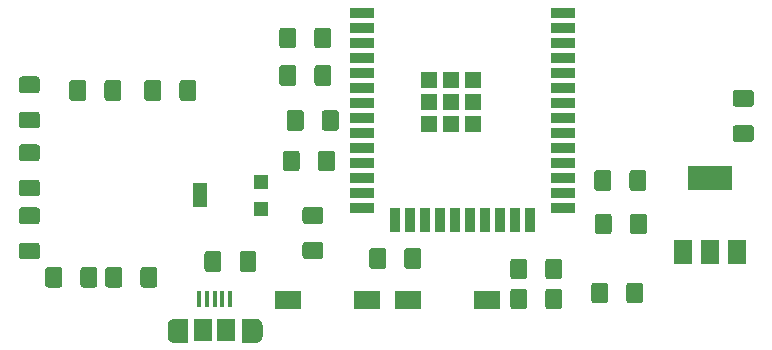
<source format=gtp>
G04 #@! TF.GenerationSoftware,KiCad,Pcbnew,(5.1.5)-3*
G04 #@! TF.CreationDate,2021-04-15T13:44:04+02:00*
G04 #@! TF.ProjectId,Copy_bachelorproef morse,436f7079-5f62-4616-9368-656c6f727072,rev?*
G04 #@! TF.SameCoordinates,Original*
G04 #@! TF.FileFunction,Paste,Top*
G04 #@! TF.FilePolarity,Positive*
%FSLAX46Y46*%
G04 Gerber Fmt 4.6, Leading zero omitted, Abs format (unit mm)*
G04 Created by KiCad (PCBNEW (5.1.5)-3) date 2021-04-15 13:44:04*
%MOMM*%
%LPD*%
G04 APERTURE LIST*
%ADD10C,0.000100*%
%ADD11R,3.800000X2.000000*%
%ADD12R,1.500000X2.000000*%
%ADD13R,1.300000X1.300000*%
%ADD14R,1.300000X2.000000*%
%ADD15R,2.300000X1.500000*%
%ADD16R,2.000000X0.900000*%
%ADD17R,0.900000X2.000000*%
%ADD18R,1.330000X1.330000*%
%ADD19C,0.100000*%
%ADD20R,1.500000X1.900000*%
%ADD21R,0.400000X1.350000*%
G04 APERTURE END LIST*
D10*
G36*
X106926500Y-102555000D02*
G01*
X108126500Y-102555000D01*
X108126500Y-104455000D01*
X106926500Y-104455000D01*
X106901640Y-104454349D01*
X106876850Y-104452398D01*
X106852190Y-104449152D01*
X106827740Y-104444620D01*
X106803560Y-104438815D01*
X106779720Y-104431752D01*
X106756280Y-104423451D01*
X106733300Y-104413934D01*
X106710850Y-104403228D01*
X106689000Y-104391362D01*
X106667800Y-104378369D01*
X106647300Y-104364283D01*
X106627570Y-104349144D01*
X106608660Y-104332994D01*
X106590620Y-104315876D01*
X106573510Y-104297837D01*
X106557360Y-104278927D01*
X106542220Y-104259198D01*
X106528130Y-104238704D01*
X106515140Y-104217500D01*
X106503270Y-104195645D01*
X106492570Y-104173200D01*
X106483050Y-104150225D01*
X106474750Y-104126783D01*
X106467690Y-104102939D01*
X106461880Y-104078758D01*
X106457350Y-104054306D01*
X106454100Y-104029651D01*
X106452150Y-104004860D01*
X106451500Y-103980000D01*
X106451500Y-103030000D01*
X106452150Y-103005140D01*
X106454100Y-102980349D01*
X106457350Y-102955694D01*
X106461880Y-102931242D01*
X106467690Y-102907061D01*
X106474750Y-102883217D01*
X106483050Y-102859775D01*
X106492570Y-102836800D01*
X106503270Y-102814355D01*
X106515140Y-102792500D01*
X106528130Y-102771296D01*
X106542220Y-102750802D01*
X106557360Y-102731073D01*
X106573510Y-102712163D01*
X106590620Y-102694124D01*
X106608660Y-102677006D01*
X106627570Y-102660856D01*
X106647300Y-102645717D01*
X106667800Y-102631631D01*
X106689000Y-102618638D01*
X106710850Y-102606772D01*
X106733300Y-102596066D01*
X106756280Y-102586549D01*
X106779720Y-102578248D01*
X106803560Y-102571185D01*
X106827740Y-102565380D01*
X106852190Y-102560848D01*
X106876850Y-102557602D01*
X106901640Y-102555651D01*
X106926500Y-102555000D01*
G37*
X106926500Y-102555000D02*
X108126500Y-102555000D01*
X108126500Y-104455000D01*
X106926500Y-104455000D01*
X106901640Y-104454349D01*
X106876850Y-104452398D01*
X106852190Y-104449152D01*
X106827740Y-104444620D01*
X106803560Y-104438815D01*
X106779720Y-104431752D01*
X106756280Y-104423451D01*
X106733300Y-104413934D01*
X106710850Y-104403228D01*
X106689000Y-104391362D01*
X106667800Y-104378369D01*
X106647300Y-104364283D01*
X106627570Y-104349144D01*
X106608660Y-104332994D01*
X106590620Y-104315876D01*
X106573510Y-104297837D01*
X106557360Y-104278927D01*
X106542220Y-104259198D01*
X106528130Y-104238704D01*
X106515140Y-104217500D01*
X106503270Y-104195645D01*
X106492570Y-104173200D01*
X106483050Y-104150225D01*
X106474750Y-104126783D01*
X106467690Y-104102939D01*
X106461880Y-104078758D01*
X106457350Y-104054306D01*
X106454100Y-104029651D01*
X106452150Y-104004860D01*
X106451500Y-103980000D01*
X106451500Y-103030000D01*
X106452150Y-103005140D01*
X106454100Y-102980349D01*
X106457350Y-102955694D01*
X106461880Y-102931242D01*
X106467690Y-102907061D01*
X106474750Y-102883217D01*
X106483050Y-102859775D01*
X106492570Y-102836800D01*
X106503270Y-102814355D01*
X106515140Y-102792500D01*
X106528130Y-102771296D01*
X106542220Y-102750802D01*
X106557360Y-102731073D01*
X106573510Y-102712163D01*
X106590620Y-102694124D01*
X106608660Y-102677006D01*
X106627570Y-102660856D01*
X106647300Y-102645717D01*
X106667800Y-102631631D01*
X106689000Y-102618638D01*
X106710850Y-102606772D01*
X106733300Y-102596066D01*
X106756280Y-102586549D01*
X106779720Y-102578248D01*
X106803560Y-102571185D01*
X106827740Y-102565380D01*
X106852190Y-102560848D01*
X106876850Y-102557602D01*
X106901640Y-102555651D01*
X106926500Y-102555000D01*
G36*
X113926500Y-102555000D02*
G01*
X112726500Y-102555000D01*
X112726500Y-104455000D01*
X113926500Y-104455000D01*
X113951360Y-104454349D01*
X113976150Y-104452398D01*
X114000810Y-104449152D01*
X114025260Y-104444620D01*
X114049440Y-104438815D01*
X114073280Y-104431752D01*
X114096720Y-104423451D01*
X114119700Y-104413934D01*
X114142150Y-104403228D01*
X114164000Y-104391362D01*
X114185200Y-104378369D01*
X114205700Y-104364283D01*
X114225430Y-104349144D01*
X114244340Y-104332994D01*
X114262380Y-104315876D01*
X114279490Y-104297837D01*
X114295640Y-104278927D01*
X114310780Y-104259198D01*
X114324870Y-104238704D01*
X114337860Y-104217500D01*
X114349730Y-104195645D01*
X114360430Y-104173200D01*
X114369950Y-104150225D01*
X114378250Y-104126783D01*
X114385310Y-104102939D01*
X114391120Y-104078758D01*
X114395650Y-104054306D01*
X114398900Y-104029651D01*
X114400850Y-104004860D01*
X114401500Y-103980000D01*
X114401500Y-103030000D01*
X114400850Y-103005140D01*
X114398900Y-102980349D01*
X114395650Y-102955694D01*
X114391120Y-102931242D01*
X114385310Y-102907061D01*
X114378250Y-102883217D01*
X114369950Y-102859775D01*
X114360430Y-102836800D01*
X114349730Y-102814355D01*
X114337860Y-102792500D01*
X114324870Y-102771296D01*
X114310780Y-102750802D01*
X114295640Y-102731073D01*
X114279490Y-102712163D01*
X114262380Y-102694124D01*
X114244340Y-102677006D01*
X114225430Y-102660856D01*
X114205700Y-102645717D01*
X114185200Y-102631631D01*
X114164000Y-102618638D01*
X114142150Y-102606772D01*
X114119700Y-102596066D01*
X114096720Y-102586549D01*
X114073280Y-102578248D01*
X114049440Y-102571185D01*
X114025260Y-102565380D01*
X114000810Y-102560848D01*
X113976150Y-102557602D01*
X113951360Y-102555651D01*
X113926500Y-102555000D01*
G37*
X113926500Y-102555000D02*
X112726500Y-102555000D01*
X112726500Y-104455000D01*
X113926500Y-104455000D01*
X113951360Y-104454349D01*
X113976150Y-104452398D01*
X114000810Y-104449152D01*
X114025260Y-104444620D01*
X114049440Y-104438815D01*
X114073280Y-104431752D01*
X114096720Y-104423451D01*
X114119700Y-104413934D01*
X114142150Y-104403228D01*
X114164000Y-104391362D01*
X114185200Y-104378369D01*
X114205700Y-104364283D01*
X114225430Y-104349144D01*
X114244340Y-104332994D01*
X114262380Y-104315876D01*
X114279490Y-104297837D01*
X114295640Y-104278927D01*
X114310780Y-104259198D01*
X114324870Y-104238704D01*
X114337860Y-104217500D01*
X114349730Y-104195645D01*
X114360430Y-104173200D01*
X114369950Y-104150225D01*
X114378250Y-104126783D01*
X114385310Y-104102939D01*
X114391120Y-104078758D01*
X114395650Y-104054306D01*
X114398900Y-104029651D01*
X114400850Y-104004860D01*
X114401500Y-103980000D01*
X114401500Y-103030000D01*
X114400850Y-103005140D01*
X114398900Y-102980349D01*
X114395650Y-102955694D01*
X114391120Y-102931242D01*
X114385310Y-102907061D01*
X114378250Y-102883217D01*
X114369950Y-102859775D01*
X114360430Y-102836800D01*
X114349730Y-102814355D01*
X114337860Y-102792500D01*
X114324870Y-102771296D01*
X114310780Y-102750802D01*
X114295640Y-102731073D01*
X114279490Y-102712163D01*
X114262380Y-102694124D01*
X114244340Y-102677006D01*
X114225430Y-102660856D01*
X114205700Y-102645717D01*
X114185200Y-102631631D01*
X114164000Y-102618638D01*
X114142150Y-102606772D01*
X114119700Y-102596066D01*
X114096720Y-102586549D01*
X114073280Y-102578248D01*
X114049440Y-102571185D01*
X114025260Y-102565380D01*
X114000810Y-102560848D01*
X113976150Y-102557602D01*
X113951360Y-102555651D01*
X113926500Y-102555000D01*
D11*
X152400000Y-90576000D03*
D12*
X152400000Y-96876000D03*
X154700000Y-96876000D03*
X150100000Y-96876000D03*
D13*
X114360000Y-93225000D03*
D14*
X109160000Y-92075000D03*
D13*
X114360000Y-90925000D03*
D15*
X133525000Y-100965000D03*
X126825000Y-100965000D03*
D16*
X122945000Y-76655000D03*
X122945000Y-77925000D03*
X122945000Y-79195000D03*
X122945000Y-80465000D03*
X122945000Y-81735000D03*
X122945000Y-83005000D03*
X122945000Y-84275000D03*
X122945000Y-85545000D03*
X122945000Y-86815000D03*
X122945000Y-88085000D03*
X122945000Y-89355000D03*
X122945000Y-90625000D03*
X122945000Y-91895000D03*
X122945000Y-93165000D03*
D17*
X125730000Y-94165000D03*
X127000000Y-94165000D03*
X128270000Y-94165000D03*
X129540000Y-94165000D03*
X130810000Y-94165000D03*
X132080000Y-94165000D03*
X133350000Y-94165000D03*
X134620000Y-94165000D03*
X135890000Y-94165000D03*
X137160000Y-94165000D03*
D16*
X139945000Y-93165000D03*
X139945000Y-91895000D03*
X139945000Y-90625000D03*
X139945000Y-89355000D03*
X139945000Y-88085000D03*
X139945000Y-86815000D03*
X139945000Y-85545000D03*
X139945000Y-84275000D03*
X139945000Y-83005000D03*
X139945000Y-81735000D03*
X139945000Y-80465000D03*
X139945000Y-79195000D03*
X139945000Y-77925000D03*
X139945000Y-76655000D03*
D18*
X128610000Y-82320000D03*
X130445000Y-82320000D03*
X132280000Y-82320000D03*
X128610000Y-84155000D03*
X130445000Y-84155000D03*
X132280000Y-84155000D03*
X128610000Y-85990000D03*
X130445000Y-85990000D03*
X132280000Y-85990000D03*
D19*
G36*
X139642504Y-97424204D02*
G01*
X139666773Y-97427804D01*
X139690571Y-97433765D01*
X139713671Y-97442030D01*
X139735849Y-97452520D01*
X139756893Y-97465133D01*
X139776598Y-97479747D01*
X139794777Y-97496223D01*
X139811253Y-97514402D01*
X139825867Y-97534107D01*
X139838480Y-97555151D01*
X139848970Y-97577329D01*
X139857235Y-97600429D01*
X139863196Y-97624227D01*
X139866796Y-97648496D01*
X139868000Y-97673000D01*
X139868000Y-98923000D01*
X139866796Y-98947504D01*
X139863196Y-98971773D01*
X139857235Y-98995571D01*
X139848970Y-99018671D01*
X139838480Y-99040849D01*
X139825867Y-99061893D01*
X139811253Y-99081598D01*
X139794777Y-99099777D01*
X139776598Y-99116253D01*
X139756893Y-99130867D01*
X139735849Y-99143480D01*
X139713671Y-99153970D01*
X139690571Y-99162235D01*
X139666773Y-99168196D01*
X139642504Y-99171796D01*
X139618000Y-99173000D01*
X138693000Y-99173000D01*
X138668496Y-99171796D01*
X138644227Y-99168196D01*
X138620429Y-99162235D01*
X138597329Y-99153970D01*
X138575151Y-99143480D01*
X138554107Y-99130867D01*
X138534402Y-99116253D01*
X138516223Y-99099777D01*
X138499747Y-99081598D01*
X138485133Y-99061893D01*
X138472520Y-99040849D01*
X138462030Y-99018671D01*
X138453765Y-98995571D01*
X138447804Y-98971773D01*
X138444204Y-98947504D01*
X138443000Y-98923000D01*
X138443000Y-97673000D01*
X138444204Y-97648496D01*
X138447804Y-97624227D01*
X138453765Y-97600429D01*
X138462030Y-97577329D01*
X138472520Y-97555151D01*
X138485133Y-97534107D01*
X138499747Y-97514402D01*
X138516223Y-97496223D01*
X138534402Y-97479747D01*
X138554107Y-97465133D01*
X138575151Y-97452520D01*
X138597329Y-97442030D01*
X138620429Y-97433765D01*
X138644227Y-97427804D01*
X138668496Y-97424204D01*
X138693000Y-97423000D01*
X139618000Y-97423000D01*
X139642504Y-97424204D01*
G37*
G36*
X136667504Y-97424204D02*
G01*
X136691773Y-97427804D01*
X136715571Y-97433765D01*
X136738671Y-97442030D01*
X136760849Y-97452520D01*
X136781893Y-97465133D01*
X136801598Y-97479747D01*
X136819777Y-97496223D01*
X136836253Y-97514402D01*
X136850867Y-97534107D01*
X136863480Y-97555151D01*
X136873970Y-97577329D01*
X136882235Y-97600429D01*
X136888196Y-97624227D01*
X136891796Y-97648496D01*
X136893000Y-97673000D01*
X136893000Y-98923000D01*
X136891796Y-98947504D01*
X136888196Y-98971773D01*
X136882235Y-98995571D01*
X136873970Y-99018671D01*
X136863480Y-99040849D01*
X136850867Y-99061893D01*
X136836253Y-99081598D01*
X136819777Y-99099777D01*
X136801598Y-99116253D01*
X136781893Y-99130867D01*
X136760849Y-99143480D01*
X136738671Y-99153970D01*
X136715571Y-99162235D01*
X136691773Y-99168196D01*
X136667504Y-99171796D01*
X136643000Y-99173000D01*
X135718000Y-99173000D01*
X135693496Y-99171796D01*
X135669227Y-99168196D01*
X135645429Y-99162235D01*
X135622329Y-99153970D01*
X135600151Y-99143480D01*
X135579107Y-99130867D01*
X135559402Y-99116253D01*
X135541223Y-99099777D01*
X135524747Y-99081598D01*
X135510133Y-99061893D01*
X135497520Y-99040849D01*
X135487030Y-99018671D01*
X135478765Y-98995571D01*
X135472804Y-98971773D01*
X135469204Y-98947504D01*
X135468000Y-98923000D01*
X135468000Y-97673000D01*
X135469204Y-97648496D01*
X135472804Y-97624227D01*
X135478765Y-97600429D01*
X135487030Y-97577329D01*
X135497520Y-97555151D01*
X135510133Y-97534107D01*
X135524747Y-97514402D01*
X135541223Y-97496223D01*
X135559402Y-97479747D01*
X135579107Y-97465133D01*
X135600151Y-97452520D01*
X135622329Y-97442030D01*
X135645429Y-97433765D01*
X135669227Y-97427804D01*
X135693496Y-97424204D01*
X135718000Y-97423000D01*
X136643000Y-97423000D01*
X136667504Y-97424204D01*
G37*
G36*
X124720504Y-96535204D02*
G01*
X124744773Y-96538804D01*
X124768571Y-96544765D01*
X124791671Y-96553030D01*
X124813849Y-96563520D01*
X124834893Y-96576133D01*
X124854598Y-96590747D01*
X124872777Y-96607223D01*
X124889253Y-96625402D01*
X124903867Y-96645107D01*
X124916480Y-96666151D01*
X124926970Y-96688329D01*
X124935235Y-96711429D01*
X124941196Y-96735227D01*
X124944796Y-96759496D01*
X124946000Y-96784000D01*
X124946000Y-98034000D01*
X124944796Y-98058504D01*
X124941196Y-98082773D01*
X124935235Y-98106571D01*
X124926970Y-98129671D01*
X124916480Y-98151849D01*
X124903867Y-98172893D01*
X124889253Y-98192598D01*
X124872777Y-98210777D01*
X124854598Y-98227253D01*
X124834893Y-98241867D01*
X124813849Y-98254480D01*
X124791671Y-98264970D01*
X124768571Y-98273235D01*
X124744773Y-98279196D01*
X124720504Y-98282796D01*
X124696000Y-98284000D01*
X123771000Y-98284000D01*
X123746496Y-98282796D01*
X123722227Y-98279196D01*
X123698429Y-98273235D01*
X123675329Y-98264970D01*
X123653151Y-98254480D01*
X123632107Y-98241867D01*
X123612402Y-98227253D01*
X123594223Y-98210777D01*
X123577747Y-98192598D01*
X123563133Y-98172893D01*
X123550520Y-98151849D01*
X123540030Y-98129671D01*
X123531765Y-98106571D01*
X123525804Y-98082773D01*
X123522204Y-98058504D01*
X123521000Y-98034000D01*
X123521000Y-96784000D01*
X123522204Y-96759496D01*
X123525804Y-96735227D01*
X123531765Y-96711429D01*
X123540030Y-96688329D01*
X123550520Y-96666151D01*
X123563133Y-96645107D01*
X123577747Y-96625402D01*
X123594223Y-96607223D01*
X123612402Y-96590747D01*
X123632107Y-96576133D01*
X123653151Y-96563520D01*
X123675329Y-96553030D01*
X123698429Y-96544765D01*
X123722227Y-96538804D01*
X123746496Y-96535204D01*
X123771000Y-96534000D01*
X124696000Y-96534000D01*
X124720504Y-96535204D01*
G37*
G36*
X127695504Y-96535204D02*
G01*
X127719773Y-96538804D01*
X127743571Y-96544765D01*
X127766671Y-96553030D01*
X127788849Y-96563520D01*
X127809893Y-96576133D01*
X127829598Y-96590747D01*
X127847777Y-96607223D01*
X127864253Y-96625402D01*
X127878867Y-96645107D01*
X127891480Y-96666151D01*
X127901970Y-96688329D01*
X127910235Y-96711429D01*
X127916196Y-96735227D01*
X127919796Y-96759496D01*
X127921000Y-96784000D01*
X127921000Y-98034000D01*
X127919796Y-98058504D01*
X127916196Y-98082773D01*
X127910235Y-98106571D01*
X127901970Y-98129671D01*
X127891480Y-98151849D01*
X127878867Y-98172893D01*
X127864253Y-98192598D01*
X127847777Y-98210777D01*
X127829598Y-98227253D01*
X127809893Y-98241867D01*
X127788849Y-98254480D01*
X127766671Y-98264970D01*
X127743571Y-98273235D01*
X127719773Y-98279196D01*
X127695504Y-98282796D01*
X127671000Y-98284000D01*
X126746000Y-98284000D01*
X126721496Y-98282796D01*
X126697227Y-98279196D01*
X126673429Y-98273235D01*
X126650329Y-98264970D01*
X126628151Y-98254480D01*
X126607107Y-98241867D01*
X126587402Y-98227253D01*
X126569223Y-98210777D01*
X126552747Y-98192598D01*
X126538133Y-98172893D01*
X126525520Y-98151849D01*
X126515030Y-98129671D01*
X126506765Y-98106571D01*
X126500804Y-98082773D01*
X126497204Y-98058504D01*
X126496000Y-98034000D01*
X126496000Y-96784000D01*
X126497204Y-96759496D01*
X126500804Y-96735227D01*
X126506765Y-96711429D01*
X126515030Y-96688329D01*
X126525520Y-96666151D01*
X126538133Y-96645107D01*
X126552747Y-96625402D01*
X126569223Y-96607223D01*
X126587402Y-96590747D01*
X126607107Y-96576133D01*
X126628151Y-96563520D01*
X126650329Y-96553030D01*
X126673429Y-96544765D01*
X126697227Y-96538804D01*
X126721496Y-96535204D01*
X126746000Y-96534000D01*
X127671000Y-96534000D01*
X127695504Y-96535204D01*
G37*
D15*
X123365000Y-100965000D03*
X116665000Y-100965000D03*
D19*
G36*
X95391504Y-96062704D02*
G01*
X95415773Y-96066304D01*
X95439571Y-96072265D01*
X95462671Y-96080530D01*
X95484849Y-96091020D01*
X95505893Y-96103633D01*
X95525598Y-96118247D01*
X95543777Y-96134723D01*
X95560253Y-96152902D01*
X95574867Y-96172607D01*
X95587480Y-96193651D01*
X95597970Y-96215829D01*
X95606235Y-96238929D01*
X95612196Y-96262727D01*
X95615796Y-96286996D01*
X95617000Y-96311500D01*
X95617000Y-97236500D01*
X95615796Y-97261004D01*
X95612196Y-97285273D01*
X95606235Y-97309071D01*
X95597970Y-97332171D01*
X95587480Y-97354349D01*
X95574867Y-97375393D01*
X95560253Y-97395098D01*
X95543777Y-97413277D01*
X95525598Y-97429753D01*
X95505893Y-97444367D01*
X95484849Y-97456980D01*
X95462671Y-97467470D01*
X95439571Y-97475735D01*
X95415773Y-97481696D01*
X95391504Y-97485296D01*
X95367000Y-97486500D01*
X94117000Y-97486500D01*
X94092496Y-97485296D01*
X94068227Y-97481696D01*
X94044429Y-97475735D01*
X94021329Y-97467470D01*
X93999151Y-97456980D01*
X93978107Y-97444367D01*
X93958402Y-97429753D01*
X93940223Y-97413277D01*
X93923747Y-97395098D01*
X93909133Y-97375393D01*
X93896520Y-97354349D01*
X93886030Y-97332171D01*
X93877765Y-97309071D01*
X93871804Y-97285273D01*
X93868204Y-97261004D01*
X93867000Y-97236500D01*
X93867000Y-96311500D01*
X93868204Y-96286996D01*
X93871804Y-96262727D01*
X93877765Y-96238929D01*
X93886030Y-96215829D01*
X93896520Y-96193651D01*
X93909133Y-96172607D01*
X93923747Y-96152902D01*
X93940223Y-96134723D01*
X93958402Y-96118247D01*
X93978107Y-96103633D01*
X93999151Y-96091020D01*
X94021329Y-96080530D01*
X94044429Y-96072265D01*
X94068227Y-96066304D01*
X94092496Y-96062704D01*
X94117000Y-96061500D01*
X95367000Y-96061500D01*
X95391504Y-96062704D01*
G37*
G36*
X95391504Y-93087704D02*
G01*
X95415773Y-93091304D01*
X95439571Y-93097265D01*
X95462671Y-93105530D01*
X95484849Y-93116020D01*
X95505893Y-93128633D01*
X95525598Y-93143247D01*
X95543777Y-93159723D01*
X95560253Y-93177902D01*
X95574867Y-93197607D01*
X95587480Y-93218651D01*
X95597970Y-93240829D01*
X95606235Y-93263929D01*
X95612196Y-93287727D01*
X95615796Y-93311996D01*
X95617000Y-93336500D01*
X95617000Y-94261500D01*
X95615796Y-94286004D01*
X95612196Y-94310273D01*
X95606235Y-94334071D01*
X95597970Y-94357171D01*
X95587480Y-94379349D01*
X95574867Y-94400393D01*
X95560253Y-94420098D01*
X95543777Y-94438277D01*
X95525598Y-94454753D01*
X95505893Y-94469367D01*
X95484849Y-94481980D01*
X95462671Y-94492470D01*
X95439571Y-94500735D01*
X95415773Y-94506696D01*
X95391504Y-94510296D01*
X95367000Y-94511500D01*
X94117000Y-94511500D01*
X94092496Y-94510296D01*
X94068227Y-94506696D01*
X94044429Y-94500735D01*
X94021329Y-94492470D01*
X93999151Y-94481980D01*
X93978107Y-94469367D01*
X93958402Y-94454753D01*
X93940223Y-94438277D01*
X93923747Y-94420098D01*
X93909133Y-94400393D01*
X93896520Y-94379349D01*
X93886030Y-94357171D01*
X93877765Y-94334071D01*
X93871804Y-94310273D01*
X93868204Y-94286004D01*
X93867000Y-94261500D01*
X93867000Y-93336500D01*
X93868204Y-93311996D01*
X93871804Y-93287727D01*
X93877765Y-93263929D01*
X93886030Y-93240829D01*
X93896520Y-93218651D01*
X93909133Y-93197607D01*
X93923747Y-93177902D01*
X93940223Y-93159723D01*
X93958402Y-93143247D01*
X93978107Y-93128633D01*
X93999151Y-93116020D01*
X94021329Y-93105530D01*
X94044429Y-93097265D01*
X94068227Y-93091304D01*
X94092496Y-93087704D01*
X94117000Y-93086500D01*
X95367000Y-93086500D01*
X95391504Y-93087704D01*
G37*
D20*
X109426500Y-103505000D03*
X111426500Y-103505000D03*
D21*
X109126500Y-100830000D03*
X109776500Y-100830000D03*
X110426500Y-100830000D03*
X111076500Y-100830000D03*
X111726500Y-100830000D03*
D19*
G36*
X117109504Y-77866204D02*
G01*
X117133773Y-77869804D01*
X117157571Y-77875765D01*
X117180671Y-77884030D01*
X117202849Y-77894520D01*
X117223893Y-77907133D01*
X117243598Y-77921747D01*
X117261777Y-77938223D01*
X117278253Y-77956402D01*
X117292867Y-77976107D01*
X117305480Y-77997151D01*
X117315970Y-78019329D01*
X117324235Y-78042429D01*
X117330196Y-78066227D01*
X117333796Y-78090496D01*
X117335000Y-78115000D01*
X117335000Y-79365000D01*
X117333796Y-79389504D01*
X117330196Y-79413773D01*
X117324235Y-79437571D01*
X117315970Y-79460671D01*
X117305480Y-79482849D01*
X117292867Y-79503893D01*
X117278253Y-79523598D01*
X117261777Y-79541777D01*
X117243598Y-79558253D01*
X117223893Y-79572867D01*
X117202849Y-79585480D01*
X117180671Y-79595970D01*
X117157571Y-79604235D01*
X117133773Y-79610196D01*
X117109504Y-79613796D01*
X117085000Y-79615000D01*
X116160000Y-79615000D01*
X116135496Y-79613796D01*
X116111227Y-79610196D01*
X116087429Y-79604235D01*
X116064329Y-79595970D01*
X116042151Y-79585480D01*
X116021107Y-79572867D01*
X116001402Y-79558253D01*
X115983223Y-79541777D01*
X115966747Y-79523598D01*
X115952133Y-79503893D01*
X115939520Y-79482849D01*
X115929030Y-79460671D01*
X115920765Y-79437571D01*
X115914804Y-79413773D01*
X115911204Y-79389504D01*
X115910000Y-79365000D01*
X115910000Y-78115000D01*
X115911204Y-78090496D01*
X115914804Y-78066227D01*
X115920765Y-78042429D01*
X115929030Y-78019329D01*
X115939520Y-77997151D01*
X115952133Y-77976107D01*
X115966747Y-77956402D01*
X115983223Y-77938223D01*
X116001402Y-77921747D01*
X116021107Y-77907133D01*
X116042151Y-77894520D01*
X116064329Y-77884030D01*
X116087429Y-77875765D01*
X116111227Y-77869804D01*
X116135496Y-77866204D01*
X116160000Y-77865000D01*
X117085000Y-77865000D01*
X117109504Y-77866204D01*
G37*
G36*
X120084504Y-77866204D02*
G01*
X120108773Y-77869804D01*
X120132571Y-77875765D01*
X120155671Y-77884030D01*
X120177849Y-77894520D01*
X120198893Y-77907133D01*
X120218598Y-77921747D01*
X120236777Y-77938223D01*
X120253253Y-77956402D01*
X120267867Y-77976107D01*
X120280480Y-77997151D01*
X120290970Y-78019329D01*
X120299235Y-78042429D01*
X120305196Y-78066227D01*
X120308796Y-78090496D01*
X120310000Y-78115000D01*
X120310000Y-79365000D01*
X120308796Y-79389504D01*
X120305196Y-79413773D01*
X120299235Y-79437571D01*
X120290970Y-79460671D01*
X120280480Y-79482849D01*
X120267867Y-79503893D01*
X120253253Y-79523598D01*
X120236777Y-79541777D01*
X120218598Y-79558253D01*
X120198893Y-79572867D01*
X120177849Y-79585480D01*
X120155671Y-79595970D01*
X120132571Y-79604235D01*
X120108773Y-79610196D01*
X120084504Y-79613796D01*
X120060000Y-79615000D01*
X119135000Y-79615000D01*
X119110496Y-79613796D01*
X119086227Y-79610196D01*
X119062429Y-79604235D01*
X119039329Y-79595970D01*
X119017151Y-79585480D01*
X118996107Y-79572867D01*
X118976402Y-79558253D01*
X118958223Y-79541777D01*
X118941747Y-79523598D01*
X118927133Y-79503893D01*
X118914520Y-79482849D01*
X118904030Y-79460671D01*
X118895765Y-79437571D01*
X118889804Y-79413773D01*
X118886204Y-79389504D01*
X118885000Y-79365000D01*
X118885000Y-78115000D01*
X118886204Y-78090496D01*
X118889804Y-78066227D01*
X118895765Y-78042429D01*
X118904030Y-78019329D01*
X118914520Y-77997151D01*
X118927133Y-77976107D01*
X118941747Y-77956402D01*
X118958223Y-77938223D01*
X118976402Y-77921747D01*
X118996107Y-77907133D01*
X119017151Y-77894520D01*
X119039329Y-77884030D01*
X119062429Y-77875765D01*
X119086227Y-77869804D01*
X119110496Y-77866204D01*
X119135000Y-77865000D01*
X120060000Y-77865000D01*
X120084504Y-77866204D01*
G37*
G36*
X120719504Y-84851204D02*
G01*
X120743773Y-84854804D01*
X120767571Y-84860765D01*
X120790671Y-84869030D01*
X120812849Y-84879520D01*
X120833893Y-84892133D01*
X120853598Y-84906747D01*
X120871777Y-84923223D01*
X120888253Y-84941402D01*
X120902867Y-84961107D01*
X120915480Y-84982151D01*
X120925970Y-85004329D01*
X120934235Y-85027429D01*
X120940196Y-85051227D01*
X120943796Y-85075496D01*
X120945000Y-85100000D01*
X120945000Y-86350000D01*
X120943796Y-86374504D01*
X120940196Y-86398773D01*
X120934235Y-86422571D01*
X120925970Y-86445671D01*
X120915480Y-86467849D01*
X120902867Y-86488893D01*
X120888253Y-86508598D01*
X120871777Y-86526777D01*
X120853598Y-86543253D01*
X120833893Y-86557867D01*
X120812849Y-86570480D01*
X120790671Y-86580970D01*
X120767571Y-86589235D01*
X120743773Y-86595196D01*
X120719504Y-86598796D01*
X120695000Y-86600000D01*
X119770000Y-86600000D01*
X119745496Y-86598796D01*
X119721227Y-86595196D01*
X119697429Y-86589235D01*
X119674329Y-86580970D01*
X119652151Y-86570480D01*
X119631107Y-86557867D01*
X119611402Y-86543253D01*
X119593223Y-86526777D01*
X119576747Y-86508598D01*
X119562133Y-86488893D01*
X119549520Y-86467849D01*
X119539030Y-86445671D01*
X119530765Y-86422571D01*
X119524804Y-86398773D01*
X119521204Y-86374504D01*
X119520000Y-86350000D01*
X119520000Y-85100000D01*
X119521204Y-85075496D01*
X119524804Y-85051227D01*
X119530765Y-85027429D01*
X119539030Y-85004329D01*
X119549520Y-84982151D01*
X119562133Y-84961107D01*
X119576747Y-84941402D01*
X119593223Y-84923223D01*
X119611402Y-84906747D01*
X119631107Y-84892133D01*
X119652151Y-84879520D01*
X119674329Y-84869030D01*
X119697429Y-84860765D01*
X119721227Y-84854804D01*
X119745496Y-84851204D01*
X119770000Y-84850000D01*
X120695000Y-84850000D01*
X120719504Y-84851204D01*
G37*
G36*
X117744504Y-84851204D02*
G01*
X117768773Y-84854804D01*
X117792571Y-84860765D01*
X117815671Y-84869030D01*
X117837849Y-84879520D01*
X117858893Y-84892133D01*
X117878598Y-84906747D01*
X117896777Y-84923223D01*
X117913253Y-84941402D01*
X117927867Y-84961107D01*
X117940480Y-84982151D01*
X117950970Y-85004329D01*
X117959235Y-85027429D01*
X117965196Y-85051227D01*
X117968796Y-85075496D01*
X117970000Y-85100000D01*
X117970000Y-86350000D01*
X117968796Y-86374504D01*
X117965196Y-86398773D01*
X117959235Y-86422571D01*
X117950970Y-86445671D01*
X117940480Y-86467849D01*
X117927867Y-86488893D01*
X117913253Y-86508598D01*
X117896777Y-86526777D01*
X117878598Y-86543253D01*
X117858893Y-86557867D01*
X117837849Y-86570480D01*
X117815671Y-86580970D01*
X117792571Y-86589235D01*
X117768773Y-86595196D01*
X117744504Y-86598796D01*
X117720000Y-86600000D01*
X116795000Y-86600000D01*
X116770496Y-86598796D01*
X116746227Y-86595196D01*
X116722429Y-86589235D01*
X116699329Y-86580970D01*
X116677151Y-86570480D01*
X116656107Y-86557867D01*
X116636402Y-86543253D01*
X116618223Y-86526777D01*
X116601747Y-86508598D01*
X116587133Y-86488893D01*
X116574520Y-86467849D01*
X116564030Y-86445671D01*
X116555765Y-86422571D01*
X116549804Y-86398773D01*
X116546204Y-86374504D01*
X116545000Y-86350000D01*
X116545000Y-85100000D01*
X116546204Y-85075496D01*
X116549804Y-85051227D01*
X116555765Y-85027429D01*
X116564030Y-85004329D01*
X116574520Y-84982151D01*
X116587133Y-84961107D01*
X116601747Y-84941402D01*
X116618223Y-84923223D01*
X116636402Y-84906747D01*
X116656107Y-84892133D01*
X116677151Y-84879520D01*
X116699329Y-84869030D01*
X116722429Y-84860765D01*
X116746227Y-84854804D01*
X116770496Y-84851204D01*
X116795000Y-84850000D01*
X117720000Y-84850000D01*
X117744504Y-84851204D01*
G37*
G36*
X155843504Y-86120204D02*
G01*
X155867773Y-86123804D01*
X155891571Y-86129765D01*
X155914671Y-86138030D01*
X155936849Y-86148520D01*
X155957893Y-86161133D01*
X155977598Y-86175747D01*
X155995777Y-86192223D01*
X156012253Y-86210402D01*
X156026867Y-86230107D01*
X156039480Y-86251151D01*
X156049970Y-86273329D01*
X156058235Y-86296429D01*
X156064196Y-86320227D01*
X156067796Y-86344496D01*
X156069000Y-86369000D01*
X156069000Y-87294000D01*
X156067796Y-87318504D01*
X156064196Y-87342773D01*
X156058235Y-87366571D01*
X156049970Y-87389671D01*
X156039480Y-87411849D01*
X156026867Y-87432893D01*
X156012253Y-87452598D01*
X155995777Y-87470777D01*
X155977598Y-87487253D01*
X155957893Y-87501867D01*
X155936849Y-87514480D01*
X155914671Y-87524970D01*
X155891571Y-87533235D01*
X155867773Y-87539196D01*
X155843504Y-87542796D01*
X155819000Y-87544000D01*
X154569000Y-87544000D01*
X154544496Y-87542796D01*
X154520227Y-87539196D01*
X154496429Y-87533235D01*
X154473329Y-87524970D01*
X154451151Y-87514480D01*
X154430107Y-87501867D01*
X154410402Y-87487253D01*
X154392223Y-87470777D01*
X154375747Y-87452598D01*
X154361133Y-87432893D01*
X154348520Y-87411849D01*
X154338030Y-87389671D01*
X154329765Y-87366571D01*
X154323804Y-87342773D01*
X154320204Y-87318504D01*
X154319000Y-87294000D01*
X154319000Y-86369000D01*
X154320204Y-86344496D01*
X154323804Y-86320227D01*
X154329765Y-86296429D01*
X154338030Y-86273329D01*
X154348520Y-86251151D01*
X154361133Y-86230107D01*
X154375747Y-86210402D01*
X154392223Y-86192223D01*
X154410402Y-86175747D01*
X154430107Y-86161133D01*
X154451151Y-86148520D01*
X154473329Y-86138030D01*
X154496429Y-86129765D01*
X154520227Y-86123804D01*
X154544496Y-86120204D01*
X154569000Y-86119000D01*
X155819000Y-86119000D01*
X155843504Y-86120204D01*
G37*
G36*
X155843504Y-83145204D02*
G01*
X155867773Y-83148804D01*
X155891571Y-83154765D01*
X155914671Y-83163030D01*
X155936849Y-83173520D01*
X155957893Y-83186133D01*
X155977598Y-83200747D01*
X155995777Y-83217223D01*
X156012253Y-83235402D01*
X156026867Y-83255107D01*
X156039480Y-83276151D01*
X156049970Y-83298329D01*
X156058235Y-83321429D01*
X156064196Y-83345227D01*
X156067796Y-83369496D01*
X156069000Y-83394000D01*
X156069000Y-84319000D01*
X156067796Y-84343504D01*
X156064196Y-84367773D01*
X156058235Y-84391571D01*
X156049970Y-84414671D01*
X156039480Y-84436849D01*
X156026867Y-84457893D01*
X156012253Y-84477598D01*
X155995777Y-84495777D01*
X155977598Y-84512253D01*
X155957893Y-84526867D01*
X155936849Y-84539480D01*
X155914671Y-84549970D01*
X155891571Y-84558235D01*
X155867773Y-84564196D01*
X155843504Y-84567796D01*
X155819000Y-84569000D01*
X154569000Y-84569000D01*
X154544496Y-84567796D01*
X154520227Y-84564196D01*
X154496429Y-84558235D01*
X154473329Y-84549970D01*
X154451151Y-84539480D01*
X154430107Y-84526867D01*
X154410402Y-84512253D01*
X154392223Y-84495777D01*
X154375747Y-84477598D01*
X154361133Y-84457893D01*
X154348520Y-84436849D01*
X154338030Y-84414671D01*
X154329765Y-84391571D01*
X154323804Y-84367773D01*
X154320204Y-84343504D01*
X154319000Y-84319000D01*
X154319000Y-83394000D01*
X154320204Y-83369496D01*
X154323804Y-83345227D01*
X154329765Y-83321429D01*
X154338030Y-83298329D01*
X154348520Y-83276151D01*
X154361133Y-83255107D01*
X154375747Y-83235402D01*
X154392223Y-83217223D01*
X154410402Y-83200747D01*
X154430107Y-83186133D01*
X154451151Y-83173520D01*
X154473329Y-83163030D01*
X154496429Y-83154765D01*
X154520227Y-83148804D01*
X154544496Y-83145204D01*
X154569000Y-83144000D01*
X155819000Y-83144000D01*
X155843504Y-83145204D01*
G37*
G36*
X146500504Y-99456204D02*
G01*
X146524773Y-99459804D01*
X146548571Y-99465765D01*
X146571671Y-99474030D01*
X146593849Y-99484520D01*
X146614893Y-99497133D01*
X146634598Y-99511747D01*
X146652777Y-99528223D01*
X146669253Y-99546402D01*
X146683867Y-99566107D01*
X146696480Y-99587151D01*
X146706970Y-99609329D01*
X146715235Y-99632429D01*
X146721196Y-99656227D01*
X146724796Y-99680496D01*
X146726000Y-99705000D01*
X146726000Y-100955000D01*
X146724796Y-100979504D01*
X146721196Y-101003773D01*
X146715235Y-101027571D01*
X146706970Y-101050671D01*
X146696480Y-101072849D01*
X146683867Y-101093893D01*
X146669253Y-101113598D01*
X146652777Y-101131777D01*
X146634598Y-101148253D01*
X146614893Y-101162867D01*
X146593849Y-101175480D01*
X146571671Y-101185970D01*
X146548571Y-101194235D01*
X146524773Y-101200196D01*
X146500504Y-101203796D01*
X146476000Y-101205000D01*
X145551000Y-101205000D01*
X145526496Y-101203796D01*
X145502227Y-101200196D01*
X145478429Y-101194235D01*
X145455329Y-101185970D01*
X145433151Y-101175480D01*
X145412107Y-101162867D01*
X145392402Y-101148253D01*
X145374223Y-101131777D01*
X145357747Y-101113598D01*
X145343133Y-101093893D01*
X145330520Y-101072849D01*
X145320030Y-101050671D01*
X145311765Y-101027571D01*
X145305804Y-101003773D01*
X145302204Y-100979504D01*
X145301000Y-100955000D01*
X145301000Y-99705000D01*
X145302204Y-99680496D01*
X145305804Y-99656227D01*
X145311765Y-99632429D01*
X145320030Y-99609329D01*
X145330520Y-99587151D01*
X145343133Y-99566107D01*
X145357747Y-99546402D01*
X145374223Y-99528223D01*
X145392402Y-99511747D01*
X145412107Y-99497133D01*
X145433151Y-99484520D01*
X145455329Y-99474030D01*
X145478429Y-99465765D01*
X145502227Y-99459804D01*
X145526496Y-99456204D01*
X145551000Y-99455000D01*
X146476000Y-99455000D01*
X146500504Y-99456204D01*
G37*
G36*
X143525504Y-99456204D02*
G01*
X143549773Y-99459804D01*
X143573571Y-99465765D01*
X143596671Y-99474030D01*
X143618849Y-99484520D01*
X143639893Y-99497133D01*
X143659598Y-99511747D01*
X143677777Y-99528223D01*
X143694253Y-99546402D01*
X143708867Y-99566107D01*
X143721480Y-99587151D01*
X143731970Y-99609329D01*
X143740235Y-99632429D01*
X143746196Y-99656227D01*
X143749796Y-99680496D01*
X143751000Y-99705000D01*
X143751000Y-100955000D01*
X143749796Y-100979504D01*
X143746196Y-101003773D01*
X143740235Y-101027571D01*
X143731970Y-101050671D01*
X143721480Y-101072849D01*
X143708867Y-101093893D01*
X143694253Y-101113598D01*
X143677777Y-101131777D01*
X143659598Y-101148253D01*
X143639893Y-101162867D01*
X143618849Y-101175480D01*
X143596671Y-101185970D01*
X143573571Y-101194235D01*
X143549773Y-101200196D01*
X143525504Y-101203796D01*
X143501000Y-101205000D01*
X142576000Y-101205000D01*
X142551496Y-101203796D01*
X142527227Y-101200196D01*
X142503429Y-101194235D01*
X142480329Y-101185970D01*
X142458151Y-101175480D01*
X142437107Y-101162867D01*
X142417402Y-101148253D01*
X142399223Y-101131777D01*
X142382747Y-101113598D01*
X142368133Y-101093893D01*
X142355520Y-101072849D01*
X142345030Y-101050671D01*
X142336765Y-101027571D01*
X142330804Y-101003773D01*
X142327204Y-100979504D01*
X142326000Y-100955000D01*
X142326000Y-99705000D01*
X142327204Y-99680496D01*
X142330804Y-99656227D01*
X142336765Y-99632429D01*
X142345030Y-99609329D01*
X142355520Y-99587151D01*
X142368133Y-99566107D01*
X142382747Y-99546402D01*
X142399223Y-99528223D01*
X142417402Y-99511747D01*
X142437107Y-99497133D01*
X142458151Y-99484520D01*
X142480329Y-99474030D01*
X142503429Y-99465765D01*
X142527227Y-99459804D01*
X142551496Y-99456204D01*
X142576000Y-99455000D01*
X143501000Y-99455000D01*
X143525504Y-99456204D01*
G37*
G36*
X95391504Y-90728704D02*
G01*
X95415773Y-90732304D01*
X95439571Y-90738265D01*
X95462671Y-90746530D01*
X95484849Y-90757020D01*
X95505893Y-90769633D01*
X95525598Y-90784247D01*
X95543777Y-90800723D01*
X95560253Y-90818902D01*
X95574867Y-90838607D01*
X95587480Y-90859651D01*
X95597970Y-90881829D01*
X95606235Y-90904929D01*
X95612196Y-90928727D01*
X95615796Y-90952996D01*
X95617000Y-90977500D01*
X95617000Y-91902500D01*
X95615796Y-91927004D01*
X95612196Y-91951273D01*
X95606235Y-91975071D01*
X95597970Y-91998171D01*
X95587480Y-92020349D01*
X95574867Y-92041393D01*
X95560253Y-92061098D01*
X95543777Y-92079277D01*
X95525598Y-92095753D01*
X95505893Y-92110367D01*
X95484849Y-92122980D01*
X95462671Y-92133470D01*
X95439571Y-92141735D01*
X95415773Y-92147696D01*
X95391504Y-92151296D01*
X95367000Y-92152500D01*
X94117000Y-92152500D01*
X94092496Y-92151296D01*
X94068227Y-92147696D01*
X94044429Y-92141735D01*
X94021329Y-92133470D01*
X93999151Y-92122980D01*
X93978107Y-92110367D01*
X93958402Y-92095753D01*
X93940223Y-92079277D01*
X93923747Y-92061098D01*
X93909133Y-92041393D01*
X93896520Y-92020349D01*
X93886030Y-91998171D01*
X93877765Y-91975071D01*
X93871804Y-91951273D01*
X93868204Y-91927004D01*
X93867000Y-91902500D01*
X93867000Y-90977500D01*
X93868204Y-90952996D01*
X93871804Y-90928727D01*
X93877765Y-90904929D01*
X93886030Y-90881829D01*
X93896520Y-90859651D01*
X93909133Y-90838607D01*
X93923747Y-90818902D01*
X93940223Y-90800723D01*
X93958402Y-90784247D01*
X93978107Y-90769633D01*
X93999151Y-90757020D01*
X94021329Y-90746530D01*
X94044429Y-90738265D01*
X94068227Y-90732304D01*
X94092496Y-90728704D01*
X94117000Y-90727500D01*
X95367000Y-90727500D01*
X95391504Y-90728704D01*
G37*
G36*
X95391504Y-87753704D02*
G01*
X95415773Y-87757304D01*
X95439571Y-87763265D01*
X95462671Y-87771530D01*
X95484849Y-87782020D01*
X95505893Y-87794633D01*
X95525598Y-87809247D01*
X95543777Y-87825723D01*
X95560253Y-87843902D01*
X95574867Y-87863607D01*
X95587480Y-87884651D01*
X95597970Y-87906829D01*
X95606235Y-87929929D01*
X95612196Y-87953727D01*
X95615796Y-87977996D01*
X95617000Y-88002500D01*
X95617000Y-88927500D01*
X95615796Y-88952004D01*
X95612196Y-88976273D01*
X95606235Y-89000071D01*
X95597970Y-89023171D01*
X95587480Y-89045349D01*
X95574867Y-89066393D01*
X95560253Y-89086098D01*
X95543777Y-89104277D01*
X95525598Y-89120753D01*
X95505893Y-89135367D01*
X95484849Y-89147980D01*
X95462671Y-89158470D01*
X95439571Y-89166735D01*
X95415773Y-89172696D01*
X95391504Y-89176296D01*
X95367000Y-89177500D01*
X94117000Y-89177500D01*
X94092496Y-89176296D01*
X94068227Y-89172696D01*
X94044429Y-89166735D01*
X94021329Y-89158470D01*
X93999151Y-89147980D01*
X93978107Y-89135367D01*
X93958402Y-89120753D01*
X93940223Y-89104277D01*
X93923747Y-89086098D01*
X93909133Y-89066393D01*
X93896520Y-89045349D01*
X93886030Y-89023171D01*
X93877765Y-89000071D01*
X93871804Y-88976273D01*
X93868204Y-88952004D01*
X93867000Y-88927500D01*
X93867000Y-88002500D01*
X93868204Y-87977996D01*
X93871804Y-87953727D01*
X93877765Y-87929929D01*
X93886030Y-87906829D01*
X93896520Y-87884651D01*
X93909133Y-87863607D01*
X93923747Y-87843902D01*
X93940223Y-87825723D01*
X93958402Y-87809247D01*
X93978107Y-87794633D01*
X93999151Y-87782020D01*
X94021329Y-87771530D01*
X94044429Y-87763265D01*
X94068227Y-87757304D01*
X94092496Y-87753704D01*
X94117000Y-87752500D01*
X95367000Y-87752500D01*
X95391504Y-87753704D01*
G37*
G36*
X117400004Y-88280204D02*
G01*
X117424273Y-88283804D01*
X117448071Y-88289765D01*
X117471171Y-88298030D01*
X117493349Y-88308520D01*
X117514393Y-88321133D01*
X117534098Y-88335747D01*
X117552277Y-88352223D01*
X117568753Y-88370402D01*
X117583367Y-88390107D01*
X117595980Y-88411151D01*
X117606470Y-88433329D01*
X117614735Y-88456429D01*
X117620696Y-88480227D01*
X117624296Y-88504496D01*
X117625500Y-88529000D01*
X117625500Y-89779000D01*
X117624296Y-89803504D01*
X117620696Y-89827773D01*
X117614735Y-89851571D01*
X117606470Y-89874671D01*
X117595980Y-89896849D01*
X117583367Y-89917893D01*
X117568753Y-89937598D01*
X117552277Y-89955777D01*
X117534098Y-89972253D01*
X117514393Y-89986867D01*
X117493349Y-89999480D01*
X117471171Y-90009970D01*
X117448071Y-90018235D01*
X117424273Y-90024196D01*
X117400004Y-90027796D01*
X117375500Y-90029000D01*
X116450500Y-90029000D01*
X116425996Y-90027796D01*
X116401727Y-90024196D01*
X116377929Y-90018235D01*
X116354829Y-90009970D01*
X116332651Y-89999480D01*
X116311607Y-89986867D01*
X116291902Y-89972253D01*
X116273723Y-89955777D01*
X116257247Y-89937598D01*
X116242633Y-89917893D01*
X116230020Y-89896849D01*
X116219530Y-89874671D01*
X116211265Y-89851571D01*
X116205304Y-89827773D01*
X116201704Y-89803504D01*
X116200500Y-89779000D01*
X116200500Y-88529000D01*
X116201704Y-88504496D01*
X116205304Y-88480227D01*
X116211265Y-88456429D01*
X116219530Y-88433329D01*
X116230020Y-88411151D01*
X116242633Y-88390107D01*
X116257247Y-88370402D01*
X116273723Y-88352223D01*
X116291902Y-88335747D01*
X116311607Y-88321133D01*
X116332651Y-88308520D01*
X116354829Y-88298030D01*
X116377929Y-88289765D01*
X116401727Y-88283804D01*
X116425996Y-88280204D01*
X116450500Y-88279000D01*
X117375500Y-88279000D01*
X117400004Y-88280204D01*
G37*
G36*
X120375004Y-88280204D02*
G01*
X120399273Y-88283804D01*
X120423071Y-88289765D01*
X120446171Y-88298030D01*
X120468349Y-88308520D01*
X120489393Y-88321133D01*
X120509098Y-88335747D01*
X120527277Y-88352223D01*
X120543753Y-88370402D01*
X120558367Y-88390107D01*
X120570980Y-88411151D01*
X120581470Y-88433329D01*
X120589735Y-88456429D01*
X120595696Y-88480227D01*
X120599296Y-88504496D01*
X120600500Y-88529000D01*
X120600500Y-89779000D01*
X120599296Y-89803504D01*
X120595696Y-89827773D01*
X120589735Y-89851571D01*
X120581470Y-89874671D01*
X120570980Y-89896849D01*
X120558367Y-89917893D01*
X120543753Y-89937598D01*
X120527277Y-89955777D01*
X120509098Y-89972253D01*
X120489393Y-89986867D01*
X120468349Y-89999480D01*
X120446171Y-90009970D01*
X120423071Y-90018235D01*
X120399273Y-90024196D01*
X120375004Y-90027796D01*
X120350500Y-90029000D01*
X119425500Y-90029000D01*
X119400996Y-90027796D01*
X119376727Y-90024196D01*
X119352929Y-90018235D01*
X119329829Y-90009970D01*
X119307651Y-89999480D01*
X119286607Y-89986867D01*
X119266902Y-89972253D01*
X119248723Y-89955777D01*
X119232247Y-89937598D01*
X119217633Y-89917893D01*
X119205020Y-89896849D01*
X119194530Y-89874671D01*
X119186265Y-89851571D01*
X119180304Y-89827773D01*
X119176704Y-89803504D01*
X119175500Y-89779000D01*
X119175500Y-88529000D01*
X119176704Y-88504496D01*
X119180304Y-88480227D01*
X119186265Y-88456429D01*
X119194530Y-88433329D01*
X119205020Y-88411151D01*
X119217633Y-88390107D01*
X119232247Y-88370402D01*
X119248723Y-88352223D01*
X119266902Y-88335747D01*
X119286607Y-88321133D01*
X119307651Y-88308520D01*
X119329829Y-88298030D01*
X119352929Y-88289765D01*
X119376727Y-88283804D01*
X119400996Y-88280204D01*
X119425500Y-88279000D01*
X120350500Y-88279000D01*
X120375004Y-88280204D01*
G37*
G36*
X99329504Y-82311204D02*
G01*
X99353773Y-82314804D01*
X99377571Y-82320765D01*
X99400671Y-82329030D01*
X99422849Y-82339520D01*
X99443893Y-82352133D01*
X99463598Y-82366747D01*
X99481777Y-82383223D01*
X99498253Y-82401402D01*
X99512867Y-82421107D01*
X99525480Y-82442151D01*
X99535970Y-82464329D01*
X99544235Y-82487429D01*
X99550196Y-82511227D01*
X99553796Y-82535496D01*
X99555000Y-82560000D01*
X99555000Y-83810000D01*
X99553796Y-83834504D01*
X99550196Y-83858773D01*
X99544235Y-83882571D01*
X99535970Y-83905671D01*
X99525480Y-83927849D01*
X99512867Y-83948893D01*
X99498253Y-83968598D01*
X99481777Y-83986777D01*
X99463598Y-84003253D01*
X99443893Y-84017867D01*
X99422849Y-84030480D01*
X99400671Y-84040970D01*
X99377571Y-84049235D01*
X99353773Y-84055196D01*
X99329504Y-84058796D01*
X99305000Y-84060000D01*
X98380000Y-84060000D01*
X98355496Y-84058796D01*
X98331227Y-84055196D01*
X98307429Y-84049235D01*
X98284329Y-84040970D01*
X98262151Y-84030480D01*
X98241107Y-84017867D01*
X98221402Y-84003253D01*
X98203223Y-83986777D01*
X98186747Y-83968598D01*
X98172133Y-83948893D01*
X98159520Y-83927849D01*
X98149030Y-83905671D01*
X98140765Y-83882571D01*
X98134804Y-83858773D01*
X98131204Y-83834504D01*
X98130000Y-83810000D01*
X98130000Y-82560000D01*
X98131204Y-82535496D01*
X98134804Y-82511227D01*
X98140765Y-82487429D01*
X98149030Y-82464329D01*
X98159520Y-82442151D01*
X98172133Y-82421107D01*
X98186747Y-82401402D01*
X98203223Y-82383223D01*
X98221402Y-82366747D01*
X98241107Y-82352133D01*
X98262151Y-82339520D01*
X98284329Y-82329030D01*
X98307429Y-82320765D01*
X98331227Y-82314804D01*
X98355496Y-82311204D01*
X98380000Y-82310000D01*
X99305000Y-82310000D01*
X99329504Y-82311204D01*
G37*
G36*
X102304504Y-82311204D02*
G01*
X102328773Y-82314804D01*
X102352571Y-82320765D01*
X102375671Y-82329030D01*
X102397849Y-82339520D01*
X102418893Y-82352133D01*
X102438598Y-82366747D01*
X102456777Y-82383223D01*
X102473253Y-82401402D01*
X102487867Y-82421107D01*
X102500480Y-82442151D01*
X102510970Y-82464329D01*
X102519235Y-82487429D01*
X102525196Y-82511227D01*
X102528796Y-82535496D01*
X102530000Y-82560000D01*
X102530000Y-83810000D01*
X102528796Y-83834504D01*
X102525196Y-83858773D01*
X102519235Y-83882571D01*
X102510970Y-83905671D01*
X102500480Y-83927849D01*
X102487867Y-83948893D01*
X102473253Y-83968598D01*
X102456777Y-83986777D01*
X102438598Y-84003253D01*
X102418893Y-84017867D01*
X102397849Y-84030480D01*
X102375671Y-84040970D01*
X102352571Y-84049235D01*
X102328773Y-84055196D01*
X102304504Y-84058796D01*
X102280000Y-84060000D01*
X101355000Y-84060000D01*
X101330496Y-84058796D01*
X101306227Y-84055196D01*
X101282429Y-84049235D01*
X101259329Y-84040970D01*
X101237151Y-84030480D01*
X101216107Y-84017867D01*
X101196402Y-84003253D01*
X101178223Y-83986777D01*
X101161747Y-83968598D01*
X101147133Y-83948893D01*
X101134520Y-83927849D01*
X101124030Y-83905671D01*
X101115765Y-83882571D01*
X101109804Y-83858773D01*
X101106204Y-83834504D01*
X101105000Y-83810000D01*
X101105000Y-82560000D01*
X101106204Y-82535496D01*
X101109804Y-82511227D01*
X101115765Y-82487429D01*
X101124030Y-82464329D01*
X101134520Y-82442151D01*
X101147133Y-82421107D01*
X101161747Y-82401402D01*
X101178223Y-82383223D01*
X101196402Y-82366747D01*
X101216107Y-82352133D01*
X101237151Y-82339520D01*
X101259329Y-82329030D01*
X101282429Y-82320765D01*
X101306227Y-82314804D01*
X101330496Y-82311204D01*
X101355000Y-82310000D01*
X102280000Y-82310000D01*
X102304504Y-82311204D01*
G37*
G36*
X108654504Y-82311204D02*
G01*
X108678773Y-82314804D01*
X108702571Y-82320765D01*
X108725671Y-82329030D01*
X108747849Y-82339520D01*
X108768893Y-82352133D01*
X108788598Y-82366747D01*
X108806777Y-82383223D01*
X108823253Y-82401402D01*
X108837867Y-82421107D01*
X108850480Y-82442151D01*
X108860970Y-82464329D01*
X108869235Y-82487429D01*
X108875196Y-82511227D01*
X108878796Y-82535496D01*
X108880000Y-82560000D01*
X108880000Y-83810000D01*
X108878796Y-83834504D01*
X108875196Y-83858773D01*
X108869235Y-83882571D01*
X108860970Y-83905671D01*
X108850480Y-83927849D01*
X108837867Y-83948893D01*
X108823253Y-83968598D01*
X108806777Y-83986777D01*
X108788598Y-84003253D01*
X108768893Y-84017867D01*
X108747849Y-84030480D01*
X108725671Y-84040970D01*
X108702571Y-84049235D01*
X108678773Y-84055196D01*
X108654504Y-84058796D01*
X108630000Y-84060000D01*
X107705000Y-84060000D01*
X107680496Y-84058796D01*
X107656227Y-84055196D01*
X107632429Y-84049235D01*
X107609329Y-84040970D01*
X107587151Y-84030480D01*
X107566107Y-84017867D01*
X107546402Y-84003253D01*
X107528223Y-83986777D01*
X107511747Y-83968598D01*
X107497133Y-83948893D01*
X107484520Y-83927849D01*
X107474030Y-83905671D01*
X107465765Y-83882571D01*
X107459804Y-83858773D01*
X107456204Y-83834504D01*
X107455000Y-83810000D01*
X107455000Y-82560000D01*
X107456204Y-82535496D01*
X107459804Y-82511227D01*
X107465765Y-82487429D01*
X107474030Y-82464329D01*
X107484520Y-82442151D01*
X107497133Y-82421107D01*
X107511747Y-82401402D01*
X107528223Y-82383223D01*
X107546402Y-82366747D01*
X107566107Y-82352133D01*
X107587151Y-82339520D01*
X107609329Y-82329030D01*
X107632429Y-82320765D01*
X107656227Y-82314804D01*
X107680496Y-82311204D01*
X107705000Y-82310000D01*
X108630000Y-82310000D01*
X108654504Y-82311204D01*
G37*
G36*
X105679504Y-82311204D02*
G01*
X105703773Y-82314804D01*
X105727571Y-82320765D01*
X105750671Y-82329030D01*
X105772849Y-82339520D01*
X105793893Y-82352133D01*
X105813598Y-82366747D01*
X105831777Y-82383223D01*
X105848253Y-82401402D01*
X105862867Y-82421107D01*
X105875480Y-82442151D01*
X105885970Y-82464329D01*
X105894235Y-82487429D01*
X105900196Y-82511227D01*
X105903796Y-82535496D01*
X105905000Y-82560000D01*
X105905000Y-83810000D01*
X105903796Y-83834504D01*
X105900196Y-83858773D01*
X105894235Y-83882571D01*
X105885970Y-83905671D01*
X105875480Y-83927849D01*
X105862867Y-83948893D01*
X105848253Y-83968598D01*
X105831777Y-83986777D01*
X105813598Y-84003253D01*
X105793893Y-84017867D01*
X105772849Y-84030480D01*
X105750671Y-84040970D01*
X105727571Y-84049235D01*
X105703773Y-84055196D01*
X105679504Y-84058796D01*
X105655000Y-84060000D01*
X104730000Y-84060000D01*
X104705496Y-84058796D01*
X104681227Y-84055196D01*
X104657429Y-84049235D01*
X104634329Y-84040970D01*
X104612151Y-84030480D01*
X104591107Y-84017867D01*
X104571402Y-84003253D01*
X104553223Y-83986777D01*
X104536747Y-83968598D01*
X104522133Y-83948893D01*
X104509520Y-83927849D01*
X104499030Y-83905671D01*
X104490765Y-83882571D01*
X104484804Y-83858773D01*
X104481204Y-83834504D01*
X104480000Y-83810000D01*
X104480000Y-82560000D01*
X104481204Y-82535496D01*
X104484804Y-82511227D01*
X104490765Y-82487429D01*
X104499030Y-82464329D01*
X104509520Y-82442151D01*
X104522133Y-82421107D01*
X104536747Y-82401402D01*
X104553223Y-82383223D01*
X104571402Y-82366747D01*
X104591107Y-82352133D01*
X104612151Y-82339520D01*
X104634329Y-82329030D01*
X104657429Y-82320765D01*
X104681227Y-82314804D01*
X104705496Y-82311204D01*
X104730000Y-82310000D01*
X105655000Y-82310000D01*
X105679504Y-82311204D01*
G37*
G36*
X97297504Y-98122704D02*
G01*
X97321773Y-98126304D01*
X97345571Y-98132265D01*
X97368671Y-98140530D01*
X97390849Y-98151020D01*
X97411893Y-98163633D01*
X97431598Y-98178247D01*
X97449777Y-98194723D01*
X97466253Y-98212902D01*
X97480867Y-98232607D01*
X97493480Y-98253651D01*
X97503970Y-98275829D01*
X97512235Y-98298929D01*
X97518196Y-98322727D01*
X97521796Y-98346996D01*
X97523000Y-98371500D01*
X97523000Y-99621500D01*
X97521796Y-99646004D01*
X97518196Y-99670273D01*
X97512235Y-99694071D01*
X97503970Y-99717171D01*
X97493480Y-99739349D01*
X97480867Y-99760393D01*
X97466253Y-99780098D01*
X97449777Y-99798277D01*
X97431598Y-99814753D01*
X97411893Y-99829367D01*
X97390849Y-99841980D01*
X97368671Y-99852470D01*
X97345571Y-99860735D01*
X97321773Y-99866696D01*
X97297504Y-99870296D01*
X97273000Y-99871500D01*
X96348000Y-99871500D01*
X96323496Y-99870296D01*
X96299227Y-99866696D01*
X96275429Y-99860735D01*
X96252329Y-99852470D01*
X96230151Y-99841980D01*
X96209107Y-99829367D01*
X96189402Y-99814753D01*
X96171223Y-99798277D01*
X96154747Y-99780098D01*
X96140133Y-99760393D01*
X96127520Y-99739349D01*
X96117030Y-99717171D01*
X96108765Y-99694071D01*
X96102804Y-99670273D01*
X96099204Y-99646004D01*
X96098000Y-99621500D01*
X96098000Y-98371500D01*
X96099204Y-98346996D01*
X96102804Y-98322727D01*
X96108765Y-98298929D01*
X96117030Y-98275829D01*
X96127520Y-98253651D01*
X96140133Y-98232607D01*
X96154747Y-98212902D01*
X96171223Y-98194723D01*
X96189402Y-98178247D01*
X96209107Y-98163633D01*
X96230151Y-98151020D01*
X96252329Y-98140530D01*
X96275429Y-98132265D01*
X96299227Y-98126304D01*
X96323496Y-98122704D01*
X96348000Y-98121500D01*
X97273000Y-98121500D01*
X97297504Y-98122704D01*
G37*
G36*
X100272504Y-98122704D02*
G01*
X100296773Y-98126304D01*
X100320571Y-98132265D01*
X100343671Y-98140530D01*
X100365849Y-98151020D01*
X100386893Y-98163633D01*
X100406598Y-98178247D01*
X100424777Y-98194723D01*
X100441253Y-98212902D01*
X100455867Y-98232607D01*
X100468480Y-98253651D01*
X100478970Y-98275829D01*
X100487235Y-98298929D01*
X100493196Y-98322727D01*
X100496796Y-98346996D01*
X100498000Y-98371500D01*
X100498000Y-99621500D01*
X100496796Y-99646004D01*
X100493196Y-99670273D01*
X100487235Y-99694071D01*
X100478970Y-99717171D01*
X100468480Y-99739349D01*
X100455867Y-99760393D01*
X100441253Y-99780098D01*
X100424777Y-99798277D01*
X100406598Y-99814753D01*
X100386893Y-99829367D01*
X100365849Y-99841980D01*
X100343671Y-99852470D01*
X100320571Y-99860735D01*
X100296773Y-99866696D01*
X100272504Y-99870296D01*
X100248000Y-99871500D01*
X99323000Y-99871500D01*
X99298496Y-99870296D01*
X99274227Y-99866696D01*
X99250429Y-99860735D01*
X99227329Y-99852470D01*
X99205151Y-99841980D01*
X99184107Y-99829367D01*
X99164402Y-99814753D01*
X99146223Y-99798277D01*
X99129747Y-99780098D01*
X99115133Y-99760393D01*
X99102520Y-99739349D01*
X99092030Y-99717171D01*
X99083765Y-99694071D01*
X99077804Y-99670273D01*
X99074204Y-99646004D01*
X99073000Y-99621500D01*
X99073000Y-98371500D01*
X99074204Y-98346996D01*
X99077804Y-98322727D01*
X99083765Y-98298929D01*
X99092030Y-98275829D01*
X99102520Y-98253651D01*
X99115133Y-98232607D01*
X99129747Y-98212902D01*
X99146223Y-98194723D01*
X99164402Y-98178247D01*
X99184107Y-98163633D01*
X99205151Y-98151020D01*
X99227329Y-98140530D01*
X99250429Y-98132265D01*
X99274227Y-98126304D01*
X99298496Y-98122704D01*
X99323000Y-98121500D01*
X100248000Y-98121500D01*
X100272504Y-98122704D01*
G37*
G36*
X117109504Y-81041204D02*
G01*
X117133773Y-81044804D01*
X117157571Y-81050765D01*
X117180671Y-81059030D01*
X117202849Y-81069520D01*
X117223893Y-81082133D01*
X117243598Y-81096747D01*
X117261777Y-81113223D01*
X117278253Y-81131402D01*
X117292867Y-81151107D01*
X117305480Y-81172151D01*
X117315970Y-81194329D01*
X117324235Y-81217429D01*
X117330196Y-81241227D01*
X117333796Y-81265496D01*
X117335000Y-81290000D01*
X117335000Y-82540000D01*
X117333796Y-82564504D01*
X117330196Y-82588773D01*
X117324235Y-82612571D01*
X117315970Y-82635671D01*
X117305480Y-82657849D01*
X117292867Y-82678893D01*
X117278253Y-82698598D01*
X117261777Y-82716777D01*
X117243598Y-82733253D01*
X117223893Y-82747867D01*
X117202849Y-82760480D01*
X117180671Y-82770970D01*
X117157571Y-82779235D01*
X117133773Y-82785196D01*
X117109504Y-82788796D01*
X117085000Y-82790000D01*
X116160000Y-82790000D01*
X116135496Y-82788796D01*
X116111227Y-82785196D01*
X116087429Y-82779235D01*
X116064329Y-82770970D01*
X116042151Y-82760480D01*
X116021107Y-82747867D01*
X116001402Y-82733253D01*
X115983223Y-82716777D01*
X115966747Y-82698598D01*
X115952133Y-82678893D01*
X115939520Y-82657849D01*
X115929030Y-82635671D01*
X115920765Y-82612571D01*
X115914804Y-82588773D01*
X115911204Y-82564504D01*
X115910000Y-82540000D01*
X115910000Y-81290000D01*
X115911204Y-81265496D01*
X115914804Y-81241227D01*
X115920765Y-81217429D01*
X115929030Y-81194329D01*
X115939520Y-81172151D01*
X115952133Y-81151107D01*
X115966747Y-81131402D01*
X115983223Y-81113223D01*
X116001402Y-81096747D01*
X116021107Y-81082133D01*
X116042151Y-81069520D01*
X116064329Y-81059030D01*
X116087429Y-81050765D01*
X116111227Y-81044804D01*
X116135496Y-81041204D01*
X116160000Y-81040000D01*
X117085000Y-81040000D01*
X117109504Y-81041204D01*
G37*
G36*
X120084504Y-81041204D02*
G01*
X120108773Y-81044804D01*
X120132571Y-81050765D01*
X120155671Y-81059030D01*
X120177849Y-81069520D01*
X120198893Y-81082133D01*
X120218598Y-81096747D01*
X120236777Y-81113223D01*
X120253253Y-81131402D01*
X120267867Y-81151107D01*
X120280480Y-81172151D01*
X120290970Y-81194329D01*
X120299235Y-81217429D01*
X120305196Y-81241227D01*
X120308796Y-81265496D01*
X120310000Y-81290000D01*
X120310000Y-82540000D01*
X120308796Y-82564504D01*
X120305196Y-82588773D01*
X120299235Y-82612571D01*
X120290970Y-82635671D01*
X120280480Y-82657849D01*
X120267867Y-82678893D01*
X120253253Y-82698598D01*
X120236777Y-82716777D01*
X120218598Y-82733253D01*
X120198893Y-82747867D01*
X120177849Y-82760480D01*
X120155671Y-82770970D01*
X120132571Y-82779235D01*
X120108773Y-82785196D01*
X120084504Y-82788796D01*
X120060000Y-82790000D01*
X119135000Y-82790000D01*
X119110496Y-82788796D01*
X119086227Y-82785196D01*
X119062429Y-82779235D01*
X119039329Y-82770970D01*
X119017151Y-82760480D01*
X118996107Y-82747867D01*
X118976402Y-82733253D01*
X118958223Y-82716777D01*
X118941747Y-82698598D01*
X118927133Y-82678893D01*
X118914520Y-82657849D01*
X118904030Y-82635671D01*
X118895765Y-82612571D01*
X118889804Y-82588773D01*
X118886204Y-82564504D01*
X118885000Y-82540000D01*
X118885000Y-81290000D01*
X118886204Y-81265496D01*
X118889804Y-81241227D01*
X118895765Y-81217429D01*
X118904030Y-81194329D01*
X118914520Y-81172151D01*
X118927133Y-81151107D01*
X118941747Y-81131402D01*
X118958223Y-81113223D01*
X118976402Y-81096747D01*
X118996107Y-81082133D01*
X119017151Y-81069520D01*
X119039329Y-81059030D01*
X119062429Y-81050765D01*
X119086227Y-81044804D01*
X119110496Y-81041204D01*
X119135000Y-81040000D01*
X120060000Y-81040000D01*
X120084504Y-81041204D01*
G37*
G36*
X139642504Y-99964204D02*
G01*
X139666773Y-99967804D01*
X139690571Y-99973765D01*
X139713671Y-99982030D01*
X139735849Y-99992520D01*
X139756893Y-100005133D01*
X139776598Y-100019747D01*
X139794777Y-100036223D01*
X139811253Y-100054402D01*
X139825867Y-100074107D01*
X139838480Y-100095151D01*
X139848970Y-100117329D01*
X139857235Y-100140429D01*
X139863196Y-100164227D01*
X139866796Y-100188496D01*
X139868000Y-100213000D01*
X139868000Y-101463000D01*
X139866796Y-101487504D01*
X139863196Y-101511773D01*
X139857235Y-101535571D01*
X139848970Y-101558671D01*
X139838480Y-101580849D01*
X139825867Y-101601893D01*
X139811253Y-101621598D01*
X139794777Y-101639777D01*
X139776598Y-101656253D01*
X139756893Y-101670867D01*
X139735849Y-101683480D01*
X139713671Y-101693970D01*
X139690571Y-101702235D01*
X139666773Y-101708196D01*
X139642504Y-101711796D01*
X139618000Y-101713000D01*
X138693000Y-101713000D01*
X138668496Y-101711796D01*
X138644227Y-101708196D01*
X138620429Y-101702235D01*
X138597329Y-101693970D01*
X138575151Y-101683480D01*
X138554107Y-101670867D01*
X138534402Y-101656253D01*
X138516223Y-101639777D01*
X138499747Y-101621598D01*
X138485133Y-101601893D01*
X138472520Y-101580849D01*
X138462030Y-101558671D01*
X138453765Y-101535571D01*
X138447804Y-101511773D01*
X138444204Y-101487504D01*
X138443000Y-101463000D01*
X138443000Y-100213000D01*
X138444204Y-100188496D01*
X138447804Y-100164227D01*
X138453765Y-100140429D01*
X138462030Y-100117329D01*
X138472520Y-100095151D01*
X138485133Y-100074107D01*
X138499747Y-100054402D01*
X138516223Y-100036223D01*
X138534402Y-100019747D01*
X138554107Y-100005133D01*
X138575151Y-99992520D01*
X138597329Y-99982030D01*
X138620429Y-99973765D01*
X138644227Y-99967804D01*
X138668496Y-99964204D01*
X138693000Y-99963000D01*
X139618000Y-99963000D01*
X139642504Y-99964204D01*
G37*
G36*
X136667504Y-99964204D02*
G01*
X136691773Y-99967804D01*
X136715571Y-99973765D01*
X136738671Y-99982030D01*
X136760849Y-99992520D01*
X136781893Y-100005133D01*
X136801598Y-100019747D01*
X136819777Y-100036223D01*
X136836253Y-100054402D01*
X136850867Y-100074107D01*
X136863480Y-100095151D01*
X136873970Y-100117329D01*
X136882235Y-100140429D01*
X136888196Y-100164227D01*
X136891796Y-100188496D01*
X136893000Y-100213000D01*
X136893000Y-101463000D01*
X136891796Y-101487504D01*
X136888196Y-101511773D01*
X136882235Y-101535571D01*
X136873970Y-101558671D01*
X136863480Y-101580849D01*
X136850867Y-101601893D01*
X136836253Y-101621598D01*
X136819777Y-101639777D01*
X136801598Y-101656253D01*
X136781893Y-101670867D01*
X136760849Y-101683480D01*
X136738671Y-101693970D01*
X136715571Y-101702235D01*
X136691773Y-101708196D01*
X136667504Y-101711796D01*
X136643000Y-101713000D01*
X135718000Y-101713000D01*
X135693496Y-101711796D01*
X135669227Y-101708196D01*
X135645429Y-101702235D01*
X135622329Y-101693970D01*
X135600151Y-101683480D01*
X135579107Y-101670867D01*
X135559402Y-101656253D01*
X135541223Y-101639777D01*
X135524747Y-101621598D01*
X135510133Y-101601893D01*
X135497520Y-101580849D01*
X135487030Y-101558671D01*
X135478765Y-101535571D01*
X135472804Y-101511773D01*
X135469204Y-101487504D01*
X135468000Y-101463000D01*
X135468000Y-100213000D01*
X135469204Y-100188496D01*
X135472804Y-100164227D01*
X135478765Y-100140429D01*
X135487030Y-100117329D01*
X135497520Y-100095151D01*
X135510133Y-100074107D01*
X135524747Y-100054402D01*
X135541223Y-100036223D01*
X135559402Y-100019747D01*
X135579107Y-100005133D01*
X135600151Y-99992520D01*
X135622329Y-99982030D01*
X135645429Y-99973765D01*
X135669227Y-99967804D01*
X135693496Y-99964204D01*
X135718000Y-99963000D01*
X136643000Y-99963000D01*
X136667504Y-99964204D01*
G37*
G36*
X102377504Y-98122704D02*
G01*
X102401773Y-98126304D01*
X102425571Y-98132265D01*
X102448671Y-98140530D01*
X102470849Y-98151020D01*
X102491893Y-98163633D01*
X102511598Y-98178247D01*
X102529777Y-98194723D01*
X102546253Y-98212902D01*
X102560867Y-98232607D01*
X102573480Y-98253651D01*
X102583970Y-98275829D01*
X102592235Y-98298929D01*
X102598196Y-98322727D01*
X102601796Y-98346996D01*
X102603000Y-98371500D01*
X102603000Y-99621500D01*
X102601796Y-99646004D01*
X102598196Y-99670273D01*
X102592235Y-99694071D01*
X102583970Y-99717171D01*
X102573480Y-99739349D01*
X102560867Y-99760393D01*
X102546253Y-99780098D01*
X102529777Y-99798277D01*
X102511598Y-99814753D01*
X102491893Y-99829367D01*
X102470849Y-99841980D01*
X102448671Y-99852470D01*
X102425571Y-99860735D01*
X102401773Y-99866696D01*
X102377504Y-99870296D01*
X102353000Y-99871500D01*
X101428000Y-99871500D01*
X101403496Y-99870296D01*
X101379227Y-99866696D01*
X101355429Y-99860735D01*
X101332329Y-99852470D01*
X101310151Y-99841980D01*
X101289107Y-99829367D01*
X101269402Y-99814753D01*
X101251223Y-99798277D01*
X101234747Y-99780098D01*
X101220133Y-99760393D01*
X101207520Y-99739349D01*
X101197030Y-99717171D01*
X101188765Y-99694071D01*
X101182804Y-99670273D01*
X101179204Y-99646004D01*
X101178000Y-99621500D01*
X101178000Y-98371500D01*
X101179204Y-98346996D01*
X101182804Y-98322727D01*
X101188765Y-98298929D01*
X101197030Y-98275829D01*
X101207520Y-98253651D01*
X101220133Y-98232607D01*
X101234747Y-98212902D01*
X101251223Y-98194723D01*
X101269402Y-98178247D01*
X101289107Y-98163633D01*
X101310151Y-98151020D01*
X101332329Y-98140530D01*
X101355429Y-98132265D01*
X101379227Y-98126304D01*
X101403496Y-98122704D01*
X101428000Y-98121500D01*
X102353000Y-98121500D01*
X102377504Y-98122704D01*
G37*
G36*
X105352504Y-98122704D02*
G01*
X105376773Y-98126304D01*
X105400571Y-98132265D01*
X105423671Y-98140530D01*
X105445849Y-98151020D01*
X105466893Y-98163633D01*
X105486598Y-98178247D01*
X105504777Y-98194723D01*
X105521253Y-98212902D01*
X105535867Y-98232607D01*
X105548480Y-98253651D01*
X105558970Y-98275829D01*
X105567235Y-98298929D01*
X105573196Y-98322727D01*
X105576796Y-98346996D01*
X105578000Y-98371500D01*
X105578000Y-99621500D01*
X105576796Y-99646004D01*
X105573196Y-99670273D01*
X105567235Y-99694071D01*
X105558970Y-99717171D01*
X105548480Y-99739349D01*
X105535867Y-99760393D01*
X105521253Y-99780098D01*
X105504777Y-99798277D01*
X105486598Y-99814753D01*
X105466893Y-99829367D01*
X105445849Y-99841980D01*
X105423671Y-99852470D01*
X105400571Y-99860735D01*
X105376773Y-99866696D01*
X105352504Y-99870296D01*
X105328000Y-99871500D01*
X104403000Y-99871500D01*
X104378496Y-99870296D01*
X104354227Y-99866696D01*
X104330429Y-99860735D01*
X104307329Y-99852470D01*
X104285151Y-99841980D01*
X104264107Y-99829367D01*
X104244402Y-99814753D01*
X104226223Y-99798277D01*
X104209747Y-99780098D01*
X104195133Y-99760393D01*
X104182520Y-99739349D01*
X104172030Y-99717171D01*
X104163765Y-99694071D01*
X104157804Y-99670273D01*
X104154204Y-99646004D01*
X104153000Y-99621500D01*
X104153000Y-98371500D01*
X104154204Y-98346996D01*
X104157804Y-98322727D01*
X104163765Y-98298929D01*
X104172030Y-98275829D01*
X104182520Y-98253651D01*
X104195133Y-98232607D01*
X104209747Y-98212902D01*
X104226223Y-98194723D01*
X104244402Y-98178247D01*
X104264107Y-98163633D01*
X104285151Y-98151020D01*
X104307329Y-98140530D01*
X104330429Y-98132265D01*
X104354227Y-98126304D01*
X104378496Y-98122704D01*
X104403000Y-98121500D01*
X105328000Y-98121500D01*
X105352504Y-98122704D01*
G37*
G36*
X95391504Y-82002204D02*
G01*
X95415773Y-82005804D01*
X95439571Y-82011765D01*
X95462671Y-82020030D01*
X95484849Y-82030520D01*
X95505893Y-82043133D01*
X95525598Y-82057747D01*
X95543777Y-82074223D01*
X95560253Y-82092402D01*
X95574867Y-82112107D01*
X95587480Y-82133151D01*
X95597970Y-82155329D01*
X95606235Y-82178429D01*
X95612196Y-82202227D01*
X95615796Y-82226496D01*
X95617000Y-82251000D01*
X95617000Y-83176000D01*
X95615796Y-83200504D01*
X95612196Y-83224773D01*
X95606235Y-83248571D01*
X95597970Y-83271671D01*
X95587480Y-83293849D01*
X95574867Y-83314893D01*
X95560253Y-83334598D01*
X95543777Y-83352777D01*
X95525598Y-83369253D01*
X95505893Y-83383867D01*
X95484849Y-83396480D01*
X95462671Y-83406970D01*
X95439571Y-83415235D01*
X95415773Y-83421196D01*
X95391504Y-83424796D01*
X95367000Y-83426000D01*
X94117000Y-83426000D01*
X94092496Y-83424796D01*
X94068227Y-83421196D01*
X94044429Y-83415235D01*
X94021329Y-83406970D01*
X93999151Y-83396480D01*
X93978107Y-83383867D01*
X93958402Y-83369253D01*
X93940223Y-83352777D01*
X93923747Y-83334598D01*
X93909133Y-83314893D01*
X93896520Y-83293849D01*
X93886030Y-83271671D01*
X93877765Y-83248571D01*
X93871804Y-83224773D01*
X93868204Y-83200504D01*
X93867000Y-83176000D01*
X93867000Y-82251000D01*
X93868204Y-82226496D01*
X93871804Y-82202227D01*
X93877765Y-82178429D01*
X93886030Y-82155329D01*
X93896520Y-82133151D01*
X93909133Y-82112107D01*
X93923747Y-82092402D01*
X93940223Y-82074223D01*
X93958402Y-82057747D01*
X93978107Y-82043133D01*
X93999151Y-82030520D01*
X94021329Y-82020030D01*
X94044429Y-82011765D01*
X94068227Y-82005804D01*
X94092496Y-82002204D01*
X94117000Y-82001000D01*
X95367000Y-82001000D01*
X95391504Y-82002204D01*
G37*
G36*
X95391504Y-84977204D02*
G01*
X95415773Y-84980804D01*
X95439571Y-84986765D01*
X95462671Y-84995030D01*
X95484849Y-85005520D01*
X95505893Y-85018133D01*
X95525598Y-85032747D01*
X95543777Y-85049223D01*
X95560253Y-85067402D01*
X95574867Y-85087107D01*
X95587480Y-85108151D01*
X95597970Y-85130329D01*
X95606235Y-85153429D01*
X95612196Y-85177227D01*
X95615796Y-85201496D01*
X95617000Y-85226000D01*
X95617000Y-86151000D01*
X95615796Y-86175504D01*
X95612196Y-86199773D01*
X95606235Y-86223571D01*
X95597970Y-86246671D01*
X95587480Y-86268849D01*
X95574867Y-86289893D01*
X95560253Y-86309598D01*
X95543777Y-86327777D01*
X95525598Y-86344253D01*
X95505893Y-86358867D01*
X95484849Y-86371480D01*
X95462671Y-86381970D01*
X95439571Y-86390235D01*
X95415773Y-86396196D01*
X95391504Y-86399796D01*
X95367000Y-86401000D01*
X94117000Y-86401000D01*
X94092496Y-86399796D01*
X94068227Y-86396196D01*
X94044429Y-86390235D01*
X94021329Y-86381970D01*
X93999151Y-86371480D01*
X93978107Y-86358867D01*
X93958402Y-86344253D01*
X93940223Y-86327777D01*
X93923747Y-86309598D01*
X93909133Y-86289893D01*
X93896520Y-86268849D01*
X93886030Y-86246671D01*
X93877765Y-86223571D01*
X93871804Y-86199773D01*
X93868204Y-86175504D01*
X93867000Y-86151000D01*
X93867000Y-85226000D01*
X93868204Y-85201496D01*
X93871804Y-85177227D01*
X93877765Y-85153429D01*
X93886030Y-85130329D01*
X93896520Y-85108151D01*
X93909133Y-85087107D01*
X93923747Y-85067402D01*
X93940223Y-85049223D01*
X93958402Y-85032747D01*
X93978107Y-85018133D01*
X93999151Y-85005520D01*
X94021329Y-84995030D01*
X94044429Y-84986765D01*
X94068227Y-84980804D01*
X94092496Y-84977204D01*
X94117000Y-84976000D01*
X95367000Y-84976000D01*
X95391504Y-84977204D01*
G37*
G36*
X119394504Y-96026204D02*
G01*
X119418773Y-96029804D01*
X119442571Y-96035765D01*
X119465671Y-96044030D01*
X119487849Y-96054520D01*
X119508893Y-96067133D01*
X119528598Y-96081747D01*
X119546777Y-96098223D01*
X119563253Y-96116402D01*
X119577867Y-96136107D01*
X119590480Y-96157151D01*
X119600970Y-96179329D01*
X119609235Y-96202429D01*
X119615196Y-96226227D01*
X119618796Y-96250496D01*
X119620000Y-96275000D01*
X119620000Y-97200000D01*
X119618796Y-97224504D01*
X119615196Y-97248773D01*
X119609235Y-97272571D01*
X119600970Y-97295671D01*
X119590480Y-97317849D01*
X119577867Y-97338893D01*
X119563253Y-97358598D01*
X119546777Y-97376777D01*
X119528598Y-97393253D01*
X119508893Y-97407867D01*
X119487849Y-97420480D01*
X119465671Y-97430970D01*
X119442571Y-97439235D01*
X119418773Y-97445196D01*
X119394504Y-97448796D01*
X119370000Y-97450000D01*
X118120000Y-97450000D01*
X118095496Y-97448796D01*
X118071227Y-97445196D01*
X118047429Y-97439235D01*
X118024329Y-97430970D01*
X118002151Y-97420480D01*
X117981107Y-97407867D01*
X117961402Y-97393253D01*
X117943223Y-97376777D01*
X117926747Y-97358598D01*
X117912133Y-97338893D01*
X117899520Y-97317849D01*
X117889030Y-97295671D01*
X117880765Y-97272571D01*
X117874804Y-97248773D01*
X117871204Y-97224504D01*
X117870000Y-97200000D01*
X117870000Y-96275000D01*
X117871204Y-96250496D01*
X117874804Y-96226227D01*
X117880765Y-96202429D01*
X117889030Y-96179329D01*
X117899520Y-96157151D01*
X117912133Y-96136107D01*
X117926747Y-96116402D01*
X117943223Y-96098223D01*
X117961402Y-96081747D01*
X117981107Y-96067133D01*
X118002151Y-96054520D01*
X118024329Y-96044030D01*
X118047429Y-96035765D01*
X118071227Y-96029804D01*
X118095496Y-96026204D01*
X118120000Y-96025000D01*
X119370000Y-96025000D01*
X119394504Y-96026204D01*
G37*
G36*
X119394504Y-93051204D02*
G01*
X119418773Y-93054804D01*
X119442571Y-93060765D01*
X119465671Y-93069030D01*
X119487849Y-93079520D01*
X119508893Y-93092133D01*
X119528598Y-93106747D01*
X119546777Y-93123223D01*
X119563253Y-93141402D01*
X119577867Y-93161107D01*
X119590480Y-93182151D01*
X119600970Y-93204329D01*
X119609235Y-93227429D01*
X119615196Y-93251227D01*
X119618796Y-93275496D01*
X119620000Y-93300000D01*
X119620000Y-94225000D01*
X119618796Y-94249504D01*
X119615196Y-94273773D01*
X119609235Y-94297571D01*
X119600970Y-94320671D01*
X119590480Y-94342849D01*
X119577867Y-94363893D01*
X119563253Y-94383598D01*
X119546777Y-94401777D01*
X119528598Y-94418253D01*
X119508893Y-94432867D01*
X119487849Y-94445480D01*
X119465671Y-94455970D01*
X119442571Y-94464235D01*
X119418773Y-94470196D01*
X119394504Y-94473796D01*
X119370000Y-94475000D01*
X118120000Y-94475000D01*
X118095496Y-94473796D01*
X118071227Y-94470196D01*
X118047429Y-94464235D01*
X118024329Y-94455970D01*
X118002151Y-94445480D01*
X117981107Y-94432867D01*
X117961402Y-94418253D01*
X117943223Y-94401777D01*
X117926747Y-94383598D01*
X117912133Y-94363893D01*
X117899520Y-94342849D01*
X117889030Y-94320671D01*
X117880765Y-94297571D01*
X117874804Y-94273773D01*
X117871204Y-94249504D01*
X117870000Y-94225000D01*
X117870000Y-93300000D01*
X117871204Y-93275496D01*
X117874804Y-93251227D01*
X117880765Y-93227429D01*
X117889030Y-93204329D01*
X117899520Y-93182151D01*
X117912133Y-93161107D01*
X117926747Y-93141402D01*
X117943223Y-93123223D01*
X117961402Y-93106747D01*
X117981107Y-93092133D01*
X118002151Y-93079520D01*
X118024329Y-93069030D01*
X118047429Y-93060765D01*
X118071227Y-93054804D01*
X118095496Y-93051204D01*
X118120000Y-93050000D01*
X119370000Y-93050000D01*
X119394504Y-93051204D01*
G37*
G36*
X113743504Y-96789204D02*
G01*
X113767773Y-96792804D01*
X113791571Y-96798765D01*
X113814671Y-96807030D01*
X113836849Y-96817520D01*
X113857893Y-96830133D01*
X113877598Y-96844747D01*
X113895777Y-96861223D01*
X113912253Y-96879402D01*
X113926867Y-96899107D01*
X113939480Y-96920151D01*
X113949970Y-96942329D01*
X113958235Y-96965429D01*
X113964196Y-96989227D01*
X113967796Y-97013496D01*
X113969000Y-97038000D01*
X113969000Y-98288000D01*
X113967796Y-98312504D01*
X113964196Y-98336773D01*
X113958235Y-98360571D01*
X113949970Y-98383671D01*
X113939480Y-98405849D01*
X113926867Y-98426893D01*
X113912253Y-98446598D01*
X113895777Y-98464777D01*
X113877598Y-98481253D01*
X113857893Y-98495867D01*
X113836849Y-98508480D01*
X113814671Y-98518970D01*
X113791571Y-98527235D01*
X113767773Y-98533196D01*
X113743504Y-98536796D01*
X113719000Y-98538000D01*
X112794000Y-98538000D01*
X112769496Y-98536796D01*
X112745227Y-98533196D01*
X112721429Y-98527235D01*
X112698329Y-98518970D01*
X112676151Y-98508480D01*
X112655107Y-98495867D01*
X112635402Y-98481253D01*
X112617223Y-98464777D01*
X112600747Y-98446598D01*
X112586133Y-98426893D01*
X112573520Y-98405849D01*
X112563030Y-98383671D01*
X112554765Y-98360571D01*
X112548804Y-98336773D01*
X112545204Y-98312504D01*
X112544000Y-98288000D01*
X112544000Y-97038000D01*
X112545204Y-97013496D01*
X112548804Y-96989227D01*
X112554765Y-96965429D01*
X112563030Y-96942329D01*
X112573520Y-96920151D01*
X112586133Y-96899107D01*
X112600747Y-96879402D01*
X112617223Y-96861223D01*
X112635402Y-96844747D01*
X112655107Y-96830133D01*
X112676151Y-96817520D01*
X112698329Y-96807030D01*
X112721429Y-96798765D01*
X112745227Y-96792804D01*
X112769496Y-96789204D01*
X112794000Y-96788000D01*
X113719000Y-96788000D01*
X113743504Y-96789204D01*
G37*
G36*
X110768504Y-96789204D02*
G01*
X110792773Y-96792804D01*
X110816571Y-96798765D01*
X110839671Y-96807030D01*
X110861849Y-96817520D01*
X110882893Y-96830133D01*
X110902598Y-96844747D01*
X110920777Y-96861223D01*
X110937253Y-96879402D01*
X110951867Y-96899107D01*
X110964480Y-96920151D01*
X110974970Y-96942329D01*
X110983235Y-96965429D01*
X110989196Y-96989227D01*
X110992796Y-97013496D01*
X110994000Y-97038000D01*
X110994000Y-98288000D01*
X110992796Y-98312504D01*
X110989196Y-98336773D01*
X110983235Y-98360571D01*
X110974970Y-98383671D01*
X110964480Y-98405849D01*
X110951867Y-98426893D01*
X110937253Y-98446598D01*
X110920777Y-98464777D01*
X110902598Y-98481253D01*
X110882893Y-98495867D01*
X110861849Y-98508480D01*
X110839671Y-98518970D01*
X110816571Y-98527235D01*
X110792773Y-98533196D01*
X110768504Y-98536796D01*
X110744000Y-98538000D01*
X109819000Y-98538000D01*
X109794496Y-98536796D01*
X109770227Y-98533196D01*
X109746429Y-98527235D01*
X109723329Y-98518970D01*
X109701151Y-98508480D01*
X109680107Y-98495867D01*
X109660402Y-98481253D01*
X109642223Y-98464777D01*
X109625747Y-98446598D01*
X109611133Y-98426893D01*
X109598520Y-98405849D01*
X109588030Y-98383671D01*
X109579765Y-98360571D01*
X109573804Y-98336773D01*
X109570204Y-98312504D01*
X109569000Y-98288000D01*
X109569000Y-97038000D01*
X109570204Y-97013496D01*
X109573804Y-96989227D01*
X109579765Y-96965429D01*
X109588030Y-96942329D01*
X109598520Y-96920151D01*
X109611133Y-96899107D01*
X109625747Y-96879402D01*
X109642223Y-96861223D01*
X109660402Y-96844747D01*
X109680107Y-96830133D01*
X109701151Y-96817520D01*
X109723329Y-96807030D01*
X109746429Y-96798765D01*
X109770227Y-96792804D01*
X109794496Y-96789204D01*
X109819000Y-96788000D01*
X110744000Y-96788000D01*
X110768504Y-96789204D01*
G37*
G36*
X143779504Y-89931204D02*
G01*
X143803773Y-89934804D01*
X143827571Y-89940765D01*
X143850671Y-89949030D01*
X143872849Y-89959520D01*
X143893893Y-89972133D01*
X143913598Y-89986747D01*
X143931777Y-90003223D01*
X143948253Y-90021402D01*
X143962867Y-90041107D01*
X143975480Y-90062151D01*
X143985970Y-90084329D01*
X143994235Y-90107429D01*
X144000196Y-90131227D01*
X144003796Y-90155496D01*
X144005000Y-90180000D01*
X144005000Y-91430000D01*
X144003796Y-91454504D01*
X144000196Y-91478773D01*
X143994235Y-91502571D01*
X143985970Y-91525671D01*
X143975480Y-91547849D01*
X143962867Y-91568893D01*
X143948253Y-91588598D01*
X143931777Y-91606777D01*
X143913598Y-91623253D01*
X143893893Y-91637867D01*
X143872849Y-91650480D01*
X143850671Y-91660970D01*
X143827571Y-91669235D01*
X143803773Y-91675196D01*
X143779504Y-91678796D01*
X143755000Y-91680000D01*
X142830000Y-91680000D01*
X142805496Y-91678796D01*
X142781227Y-91675196D01*
X142757429Y-91669235D01*
X142734329Y-91660970D01*
X142712151Y-91650480D01*
X142691107Y-91637867D01*
X142671402Y-91623253D01*
X142653223Y-91606777D01*
X142636747Y-91588598D01*
X142622133Y-91568893D01*
X142609520Y-91547849D01*
X142599030Y-91525671D01*
X142590765Y-91502571D01*
X142584804Y-91478773D01*
X142581204Y-91454504D01*
X142580000Y-91430000D01*
X142580000Y-90180000D01*
X142581204Y-90155496D01*
X142584804Y-90131227D01*
X142590765Y-90107429D01*
X142599030Y-90084329D01*
X142609520Y-90062151D01*
X142622133Y-90041107D01*
X142636747Y-90021402D01*
X142653223Y-90003223D01*
X142671402Y-89986747D01*
X142691107Y-89972133D01*
X142712151Y-89959520D01*
X142734329Y-89949030D01*
X142757429Y-89940765D01*
X142781227Y-89934804D01*
X142805496Y-89931204D01*
X142830000Y-89930000D01*
X143755000Y-89930000D01*
X143779504Y-89931204D01*
G37*
G36*
X146754504Y-89931204D02*
G01*
X146778773Y-89934804D01*
X146802571Y-89940765D01*
X146825671Y-89949030D01*
X146847849Y-89959520D01*
X146868893Y-89972133D01*
X146888598Y-89986747D01*
X146906777Y-90003223D01*
X146923253Y-90021402D01*
X146937867Y-90041107D01*
X146950480Y-90062151D01*
X146960970Y-90084329D01*
X146969235Y-90107429D01*
X146975196Y-90131227D01*
X146978796Y-90155496D01*
X146980000Y-90180000D01*
X146980000Y-91430000D01*
X146978796Y-91454504D01*
X146975196Y-91478773D01*
X146969235Y-91502571D01*
X146960970Y-91525671D01*
X146950480Y-91547849D01*
X146937867Y-91568893D01*
X146923253Y-91588598D01*
X146906777Y-91606777D01*
X146888598Y-91623253D01*
X146868893Y-91637867D01*
X146847849Y-91650480D01*
X146825671Y-91660970D01*
X146802571Y-91669235D01*
X146778773Y-91675196D01*
X146754504Y-91678796D01*
X146730000Y-91680000D01*
X145805000Y-91680000D01*
X145780496Y-91678796D01*
X145756227Y-91675196D01*
X145732429Y-91669235D01*
X145709329Y-91660970D01*
X145687151Y-91650480D01*
X145666107Y-91637867D01*
X145646402Y-91623253D01*
X145628223Y-91606777D01*
X145611747Y-91588598D01*
X145597133Y-91568893D01*
X145584520Y-91547849D01*
X145574030Y-91525671D01*
X145565765Y-91502571D01*
X145559804Y-91478773D01*
X145556204Y-91454504D01*
X145555000Y-91430000D01*
X145555000Y-90180000D01*
X145556204Y-90155496D01*
X145559804Y-90131227D01*
X145565765Y-90107429D01*
X145574030Y-90084329D01*
X145584520Y-90062151D01*
X145597133Y-90041107D01*
X145611747Y-90021402D01*
X145628223Y-90003223D01*
X145646402Y-89986747D01*
X145666107Y-89972133D01*
X145687151Y-89959520D01*
X145709329Y-89949030D01*
X145732429Y-89940765D01*
X145756227Y-89934804D01*
X145780496Y-89931204D01*
X145805000Y-89930000D01*
X146730000Y-89930000D01*
X146754504Y-89931204D01*
G37*
G36*
X146791004Y-93614204D02*
G01*
X146815273Y-93617804D01*
X146839071Y-93623765D01*
X146862171Y-93632030D01*
X146884349Y-93642520D01*
X146905393Y-93655133D01*
X146925098Y-93669747D01*
X146943277Y-93686223D01*
X146959753Y-93704402D01*
X146974367Y-93724107D01*
X146986980Y-93745151D01*
X146997470Y-93767329D01*
X147005735Y-93790429D01*
X147011696Y-93814227D01*
X147015296Y-93838496D01*
X147016500Y-93863000D01*
X147016500Y-95113000D01*
X147015296Y-95137504D01*
X147011696Y-95161773D01*
X147005735Y-95185571D01*
X146997470Y-95208671D01*
X146986980Y-95230849D01*
X146974367Y-95251893D01*
X146959753Y-95271598D01*
X146943277Y-95289777D01*
X146925098Y-95306253D01*
X146905393Y-95320867D01*
X146884349Y-95333480D01*
X146862171Y-95343970D01*
X146839071Y-95352235D01*
X146815273Y-95358196D01*
X146791004Y-95361796D01*
X146766500Y-95363000D01*
X145841500Y-95363000D01*
X145816996Y-95361796D01*
X145792727Y-95358196D01*
X145768929Y-95352235D01*
X145745829Y-95343970D01*
X145723651Y-95333480D01*
X145702607Y-95320867D01*
X145682902Y-95306253D01*
X145664723Y-95289777D01*
X145648247Y-95271598D01*
X145633633Y-95251893D01*
X145621020Y-95230849D01*
X145610530Y-95208671D01*
X145602265Y-95185571D01*
X145596304Y-95161773D01*
X145592704Y-95137504D01*
X145591500Y-95113000D01*
X145591500Y-93863000D01*
X145592704Y-93838496D01*
X145596304Y-93814227D01*
X145602265Y-93790429D01*
X145610530Y-93767329D01*
X145621020Y-93745151D01*
X145633633Y-93724107D01*
X145648247Y-93704402D01*
X145664723Y-93686223D01*
X145682902Y-93669747D01*
X145702607Y-93655133D01*
X145723651Y-93642520D01*
X145745829Y-93632030D01*
X145768929Y-93623765D01*
X145792727Y-93617804D01*
X145816996Y-93614204D01*
X145841500Y-93613000D01*
X146766500Y-93613000D01*
X146791004Y-93614204D01*
G37*
G36*
X143816004Y-93614204D02*
G01*
X143840273Y-93617804D01*
X143864071Y-93623765D01*
X143887171Y-93632030D01*
X143909349Y-93642520D01*
X143930393Y-93655133D01*
X143950098Y-93669747D01*
X143968277Y-93686223D01*
X143984753Y-93704402D01*
X143999367Y-93724107D01*
X144011980Y-93745151D01*
X144022470Y-93767329D01*
X144030735Y-93790429D01*
X144036696Y-93814227D01*
X144040296Y-93838496D01*
X144041500Y-93863000D01*
X144041500Y-95113000D01*
X144040296Y-95137504D01*
X144036696Y-95161773D01*
X144030735Y-95185571D01*
X144022470Y-95208671D01*
X144011980Y-95230849D01*
X143999367Y-95251893D01*
X143984753Y-95271598D01*
X143968277Y-95289777D01*
X143950098Y-95306253D01*
X143930393Y-95320867D01*
X143909349Y-95333480D01*
X143887171Y-95343970D01*
X143864071Y-95352235D01*
X143840273Y-95358196D01*
X143816004Y-95361796D01*
X143791500Y-95363000D01*
X142866500Y-95363000D01*
X142841996Y-95361796D01*
X142817727Y-95358196D01*
X142793929Y-95352235D01*
X142770829Y-95343970D01*
X142748651Y-95333480D01*
X142727607Y-95320867D01*
X142707902Y-95306253D01*
X142689723Y-95289777D01*
X142673247Y-95271598D01*
X142658633Y-95251893D01*
X142646020Y-95230849D01*
X142635530Y-95208671D01*
X142627265Y-95185571D01*
X142621304Y-95161773D01*
X142617704Y-95137504D01*
X142616500Y-95113000D01*
X142616500Y-93863000D01*
X142617704Y-93838496D01*
X142621304Y-93814227D01*
X142627265Y-93790429D01*
X142635530Y-93767329D01*
X142646020Y-93745151D01*
X142658633Y-93724107D01*
X142673247Y-93704402D01*
X142689723Y-93686223D01*
X142707902Y-93669747D01*
X142727607Y-93655133D01*
X142748651Y-93642520D01*
X142770829Y-93632030D01*
X142793929Y-93623765D01*
X142817727Y-93617804D01*
X142841996Y-93614204D01*
X142866500Y-93613000D01*
X143791500Y-93613000D01*
X143816004Y-93614204D01*
G37*
M02*

</source>
